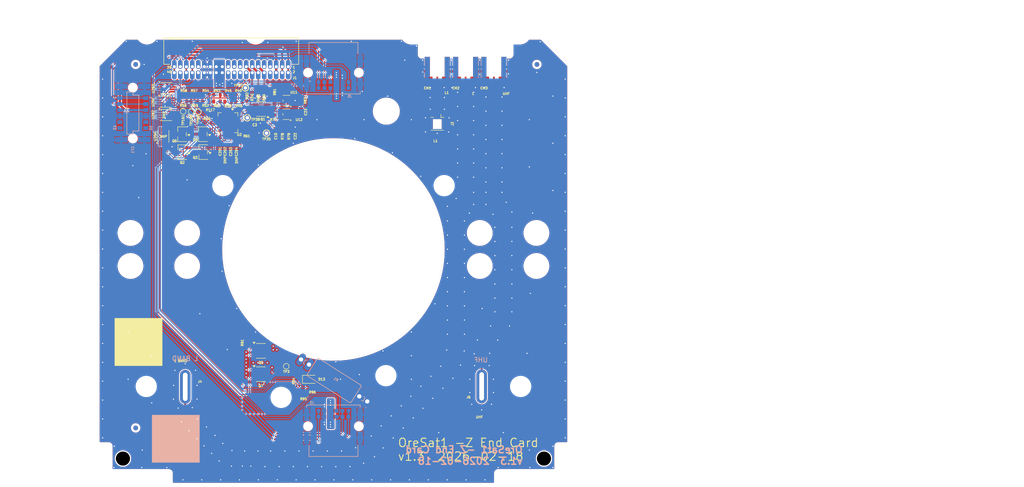
<source format=kicad_pcb>
(kicad_pcb (version 20241229) (generator "pcbnew") (generator_version "9.0")
  (title_block (title "OreSat1 -Z End Card") (date "2026-02-18") (rev "v1.3") (company "Portland State Aerospace Society"))
  (layers (0 "F.Cu" signal) (4 "In1.Cu" signal) (6 "In2.Cu" signal) (2 "B.Cu" signal) (13 "F.Paste" user) (15 "B.Paste" user) (5 "F.SilkS" user "F.Silkscreen") (7 "B.SilkS" user "B.Silkscreen") (1 "F.Mask" user) (3 "B.Mask" user) (25 "Edge.Cuts" user))
  (net 0 "")
  (net 1 "/MAG-SDA")
  (net 2 "GND")
  (net 3 "/MAG-SCL")
  (net 4 "/MAG-POWER")
  (net 5 "/L1BAND")
  (net 6 "/LBAND")
  (net 7 "/UHF")
  (net 8 "/CAN1_H")
  (net 9 "/CAN1_L")
  (net 10 "/C3-UART-TX")
  (net 13 "/C3-UART-RX")
  (net 14 "VPD")
  (net 15 "Net-(U12-INP)")
  (net 16 "Net-(U11-INP)")
  (net 17 "Net-(D13-Pad2)")
  (net 18 "/OPD/TURNSTILE_DEPLOY")
  (net 28 "/~{SD}")
  (net 29 "VBUS")
  (net 30 "/OPD/PX_UART_EN")
  (net 31 "/OPD/PY_UART_EN")
  (net 32 "/OPD/MX_UART_EN")
  (net 33 "/OPD/MY_UART_EN")
  (net 35 "/OPD_SCL")
  (net 36 "/OPD/OPD-SDA-INT")
  (net 37 "Net-(Q1B-G)")
  (net 38 "Net-(Q1A-G)")
  (net 39 "Net-(Q1B-S)")
  (net 40 "/OPD/OPD-SCL-INT")
  (net 41 "Net-(Q1A-S)")
  (net 42 "Net-(Q2-D)")
  (net 43 "Net-(Q2-S)")
  (net 44 "/OPD/FIRE_ANTENNAS_1")
  (net 45 "/OPD/FIRE_ANTENNAS_2")
  (net 46 "Net-(Q4-S)")
  (net 47 "Net-(Q5A-D)")
  (net 48 "Net-(Q7A-D)")
  (net 49 "/OPD/AD0")
  (net 50 "/OPD/AD1")
  (net 51 "/OPD/AD2")
  (net 52 "Net-(U2-~{RESET})")
  (net 53 "Net-(U12-OUT)")
  (net 54 "Net-(U11-OUT)")
  (net 55 "/OPD/READ_ANTENNAS")
  (net 56 "/OPD/TEST_ANTENNAS")
  (net 57 "/OPD_SDA")
  (net 58 "/OPD_PWR")
  (net 59 "/MX_UART_RX")
  (net 60 "/MX_UART_TX")
  (net 63 "/PX_UART_RX")
  (net 64 "/PX_UART_TX")
  (net 65 "/OPD/PY-UART-TX")
  (net 66 "/OPD/PY-UART-RX")
  (net 67 "/OPD/MY-UART-TX")
  (net 68 "/OPD/MY-UART-RX")
  (footprint "Package_SO:VSSOP-8_2.3x2mm_P0.5mm" (layer "F.Cu") (at 112.97 71.1825)
    (property "Reference" "U201")
    (property "Value" "TS5A21366" (hide yes))
  )
  (footprint "oresat-misc:TestPoint_Pad_D1.0mm" (layer "F.Cu") (at 116.66 73.24)
    (property "Reference" "TP161")
    (property "Value" "Test-Point" (hide yes))
  )
  (footprint "MountingHole:MountingHole_5mm" (layer "F.Cu") (at 191.5 106)
    (property "Reference" "H108" (hide yes))
    (property "Value" "MountingHole")
  )
  (footprint "MountingHole:MountingHole_5mm" (layer "F.Cu") (at 105.5 106)
    (property "Reference" "H103" (hide yes))
    (property "Value" "MountingHole")
  )
  (footprint "oresat-passives:0603-C-NOSILK" (layer "F.Cu") (at 128.524 69.6976 180)
    (property "Reference" "R40")
    (property "Value" "1k" (hide yes))
  )
  (footprint "oresat-connectors:J-MOLEX-SMPM-073300-002X" (layer "F.Cu") (at 176.500002 61.699993)
    (property "Reference" "CM2")
    (property "Value" "2477330-1" (hide yes))
  )
  (footprint "oresat-misc:TestPoint_Pad_D1.0mm" (layer "F.Cu") (at 138.5 127.25)
    (property "Reference" "TP3")
    (property "Value" "Test-Point")
  )
  (footprint "oresat-misc:TestPoint_Pad_D1.0mm" (layer "F.Cu") (at 118.35 73.31)
    (property "Reference" "TP156")
    (property "Value" "Test-Point" (hide yes))
  )
  (footprint "MountingHole:MountingHole_5mm" (layer "F.Cu") (at 117.5 106)
    (property "Reference" "H104" (hide yes))
    (property "Value" "MountingHole")
  )
  (footprint "oresat-connectors:J-MOLEX-SMPM-073300-002X" (layer "F.Cu") (at 182.500002 61.699993)
    (property "Reference" "CM3")
    (property "Value" "2477330-1" (hide yes))
  )
  (footprint "Package_TO_SOT_SMD:SOT-23-6" (layer "F.Cu") (at 133.1375 123.975)
    (property "Reference" "Q5")
    (property "Value" "DMP2240UDM-7")
  )
  (footprint "Package_TO_SOT_SMD:SOT-353_SC-70-5" (layer "F.Cu") (at 138.53 73.861646 180)
    (property "Reference" "U12")
    (property "Value" "MIC842LYC5" (hide yes))
  )
  (footprint "MountingHole:MountingHole_5mm" (layer "F.Cu") (at 191.5 99)
    (property "Reference" "H107" (hide yes))
    (property "Value" "MountingHole")
  )
  (footprint "oresat-passives:0603-C-NOSILK" (layer "F.Cu") (at 121.412 69.723)
    (property "Reference" "R54")
    (property "Value" "1k" (hide yes))
  )
  (footprint "oresat-passives:0603-C-NOSILK" (layer "F.Cu") (at 126.7206 79.5782 -90)
    (property "Reference" "C203")
    (property "Value" "100n")
  )
  (footprint "oresat-passives:0603-C-NOSILK" (layer "F.Cu") (at 142.075 133.25)
    (property "Reference" "R95")
    (property "Value" "10k" (hide yes))
  )
  (footprint "oresat-passives:0603-C-NOSILK" (layer "F.Cu") (at 136.03 70.96 -90)
    (property "Reference" "R81")
    (property "Value" "665k" (hide yes))
  )
  (footprint "oresat-pcbs:ORESAT-CARD-V1.3-3RF" (layer "F.Cu") (at 148.5 102.5)
    (property "Reference" "PCB1" (hide yes))
    (property "Value" "ORESAT-CARD-V1.3-GENERIC-3RF" (hide yes))
    (fp_line (start -49.9 -39) (end -49.9 40.7) (stroke (width 0.001)) (layer "Edge.Cuts"))
    (fp_line (start -49.4 41.2) (end -47.65 41.2) (stroke (width 0.001)) (layer "Edge.Cuts"))
    (fp_line (start -47.15 41.7) (end -47.15 46.4) (stroke (width 0.001)) (layer "Edge.Cuts"))
    (fp_line (start -46.65 46.9) (end -34.9 46.9) (stroke (width 0.001)) (layer "Edge.Cuts"))
    (fp_line (start -44.1 -44.8) (end -49.9 -39) (stroke (width 0.001)) (layer "Edge.Cuts"))
    (fp_line (start -41.23205 -44.8) (end -44.1 -44.8) (stroke (width 0.001)) (layer "Edge.Cuts"))
    (fp_line (start -34.4 47.4) (end -34.4 49.3) (stroke (width 0.001)) (layer "Edge.Cuts"))
    (fp_line (start -33.9 49.8) (end 33.9 49.8) (stroke (width 0.001)) (layer "Edge.Cuts"))
    (fp_line (start -18.23205 -44.8) (end -37.76795 -44.8) (stroke (width 0.001)) (layer "Edge.Cuts"))
    (fp_line (start 14.76795 -44.8) (end -14.76795 -44.8) (stroke (width 0.001)) (layer "Edge.Cuts"))
    (fp_line (start 16.5 -43.8) (end 17.73205 -43.8) (stroke (width 0.001)) (layer "Edge.Cuts"))
    (fp_line (start 18.23205 -43.3) (end 18.23205 -41.3) (stroke (width 0.001)) (layer "Edge.Cuts"))
    (fp_line (start 18.73205 -40.8) (end 20.41 -40.8) (stroke (width 0.001)) (layer "Edge.Cuts"))
    (fp_line (start 20.41 -40.8) (end 20.41 -37.1) (stroke (width 0.001)) (layer "Edge.Cuts"))
    (fp_line (start 20.91 -36.6) (end 23.09 -36.6) (stroke (width 0.001)) (layer "Edge.Cuts"))
    (fp_line (start 23.59 -37.1) (end 23.59 -40.8) (stroke (width 0.001)) (layer "Edge.Cuts"))
    (fp_line (start 26.41 -40.8) (end 23.59 -40.8) (stroke (width 0.001)) (layer "Edge.Cuts"))
    (fp_line (start 26.41 -37.1) (end 26.41 -40.8) (stroke (width 0.001)) (layer "Edge.Cuts"))
    (fp_line (start 26.91 -36.6) (end 29.09 -36.6) (stroke (width 0.001)) (layer "Edge.Cuts"))
    (fp_line (start 29.59 -37.1) (end 29.59 -40.8) (stroke (width 0.001)) (layer "Edge.Cuts"))
    (fp_line (start 32.41 -40.8) (end 29.59 -40.8) (stroke (width 0.001)) (layer "Edge.Cuts"))
    (fp_line (start 32.41 -37.1) (end 32.41 -40.8) (stroke (width 0.001)) (layer "Edge.Cuts"))
    (fp_line (start 32.91 -36.6) (end 35.09 -36.6) (stroke (width 0.001)) (layer "Edge.Cuts"))
    (fp_line (start 34.4 49.3) (end 34.4 47.4) (stroke (width 0.001)) (layer "Edge.Cuts"))
    (fp_line (start 34.9 46.9) (end 46.65 46.9) (stroke (width 0.001)) (layer "Edge.Cuts"))
    (fp_line (start 35.59 -37.1) (end 35.59 -40.8) (stroke (width 0.001)) (layer "Edge.Cuts"))
    (fp_line (start 37.26795 -40.8) (end 35.59 -40.8) (stroke (width 0.001)) (layer "Edge.Cuts"))
    (fp_line (start 37.76795 -43.3) (end 37.76795 -41.3) (stroke (width 0.001)) (layer "Edge.Cuts"))
    (fp_line (start 39.5 -43.8) (end 38.26795 -43.8) (stroke (width 0.001)) (layer "Edge.Cuts"))
    (fp_line (start 44.1 -44.8) (end 41.23205 -44.8) (stroke (width 0.001)) (layer "Edge.Cuts"))
    (fp_line (start 47.15 46.4) (end 47.15 41.7) (stroke (width 0.001)) (layer "Edge.Cuts"))
    (fp_line (start 47.65 41.2) (end 49.4 41.2) (stroke (width 0.001)) (layer "Edge.Cuts"))
    (fp_line (start 49.9 -39) (end 44.1 -44.8) (stroke (width 0.001)) (layer "Edge.Cuts"))
    (fp_line (start 49.9 40.7) (end 49.9 -39) (stroke (width 0.001)) (layer "Edge.Cuts"))
    (fp_arc (start -49.4 41.2) (mid -49.753553 41.053553) (end -49.9 40.7) (stroke (width 0.001)) (layer "Edge.Cuts"))
    (fp_arc (start -47.65 41.2) (mid -47.296447 41.346447) (end -47.15 41.7) (stroke (width 0.001)) (layer "Edge.Cuts"))
    (fp_arc (start -46.65 46.9) (mid -47.003553 46.753553) (end -47.15 46.4) (stroke (width 0.001)) (layer "Edge.Cuts"))
    (fp_arc (start -37.767951 -44.799999) (mid -39.500001 -43.800001) (end -41.23205 -44.8) (stroke (width 0.001)) (layer "Edge.Cuts"))
    (fp_arc (start -34.9 46.9) (mid -34.546447 47.046447) (end -34.4 47.4) (stroke (width 0.001)) (layer "Edge.Cuts"))
    (fp_arc (start -33.9 49.8) (mid -34.253553 49.653553) (end -34.4 49.3) (stroke (width 0.001)) (layer "Edge.Cuts"))
    (fp_arc (start -14.767951 -44.799999) (mid -16.500001 -43.800001) (end -18.23205 -44.8) (stroke (width 0.001)) (layer "Edge.Cuts"))
    (fp_arc (start 16.499999 -43.8) (mid 15.5 -44.067949) (end 14.76795 -44.8) (stroke (width 0.001)) (layer "Edge.Cuts"))
    (fp_arc (start 17.73205 -43.8) (mid 18.085606 -43.653542) (end 18.23205 -43.3) (stroke (width 0.001)) (layer "Edge.Cuts"))
    (fp_arc (start 18.73205 -40.8) (mid 18.378494 -40.946458) (end 18.23205 -41.3) (stroke (width 0.001)) (layer "Edge.Cuts"))
    (fp_arc (start 20.91 -36.6) (mid 20.556447 -36.746447) (end 20.41 -37.1) (stroke (width 0.001)) (layer "Edge.Cuts"))
    (fp_arc (start 23.59 -37.1) (mid 23.443553 -36.746447) (end 23.09 -36.6) (stroke (width 0.001)) (layer "Edge.Cuts"))
    (fp_arc (start 26.91 -36.6) (mid 26.556447 -36.746447) (end 26.41 -37.1) (stroke (width 0.001)) (layer "Edge.Cuts"))
    (fp_arc (start 29.59 -37.1) (mid 29.443553 -36.746447) (end 29.09 -36.6) (stroke (width 0.001)) (layer "Edge.Cuts"))
    (fp_arc (start 32.91 -36.6) (mid 32.556447 -36.746447) (end 32.41 -37.1) (stroke (width 0.001)) (layer "Edge.Cuts"))
    (fp_arc (start 34.4 47.4) (mid 34.546447 47.046447) (end 34.9 46.9) (stroke (width 0.001)) (layer "Edge.Cuts"))
    (fp_arc (start 34.4 49.3) (mid 34.253553 49.653553) (end 33.9 49.8) (stroke (width 0.001)) (layer "Edge.Cuts"))
    (fp_arc (start 35.59 -37.1) (mid 35.443553 -36.746447) (end 35.09 -36.6) (stroke (width 0.001)) (layer "Edge.Cuts"))
    (fp_arc (start 37.76795 -43.3) (mid 37.9144 -43.653536) (end 38.26795 -43.8) (stroke (width 0.001)) (layer "Edge.Cuts"))
    (fp_arc (start 37.76795 -41.3) (mid 37.6215 -40.946464) (end 37.26795 -40.8) (stroke (width 0.001)) (layer "Edge.Cuts"))
    (fp_arc (start 41.232049 -44.8) (mid 40.499999 -44.06795) (end 39.5 -43.8) (stroke (width 0.001)) (layer "Edge.Cuts"))
    (fp_arc (start 47.15 41.7) (mid 47.296447 41.346447) (end 47.65 41.2) (stroke (width 0.001)) (layer "Edge.Cuts"))
    (fp_arc (start 47.15 46.4) (mid 47.003553 46.753553) (end 46.65 46.9) (stroke (width 0.001)) (layer "Edge.Cuts"))
    (fp_arc (start 49.9 40.7) (mid 49.753553 41.053553) (end 49.4 41.2) (stroke (width 0.001)) (layer "Edge.Cuts"))
  )
  (footprint "Package_TO_SOT_SMD:SOT-23-3" (layer "F.Cu") (at 116.46 81.9 180)
    (property "Reference" "Q2")
    (property "Value" "PMV45EN" (hide yes))
  )
  (footprint "Package_TO_SOT_SMD:SOT-23-6" (layer "F.Cu") (at 133.1722 72.74 180)
    (property "Reference" "Q1")
    (property "Value" "DMP2240UDM" (hide yes))
  )
  (footprint "oresat-connectors:J-SAMTEC-TFM-120-X1-XXX-D-RA" (layer "F.Cu") (at 126.846502 64.410793)
    (property "Reference" "J1")
    (property "Value" "J-SAMTEC-TFM-120-01-L-D-RA")
  )
  (footprint "oresat-misc:TestPoint-0.75mm-th" (layer "F.Cu") (at 129.8448 68.2752)
    (property "Reference" "TP37")
    (property "Value" "Test-Point" (hide yes))
  )
  (footprint "oresat-passives:0603-C-NOSILK" (layer "F.Cu") (at 128.46 71.17)
    (property "Reference" "R46")
    (property "Value" "1k" (hide yes))
  )
  (footprint "oresat-connectors:J-MOLEX-SMPM-073300-002X" (layer "F.Cu") (at 170.500009 61.700003)
    (property "Reference" "CM1")
    (property "Value" "2477330-1" (hide yes))
  )
  (footprint "oresat-passives:0603-C-NOSILK" (layer "F.Cu") (at 127.9398 79.564 -90)
    (property "Reference" "C204")
    (property "Value" "100n")
  )
  (footprint "MountingHole:MountingHole_5mm" (layer "F.Cu") (at 117.5 99)
    (property "Reference" "H102" (hide yes))
    (property "Value" "MountingHole")
  )
  (footprint "oresat-passives:0603-C-NOSILK" (layer "F.Cu") (at 136.02 73.31 -90)
    (property "Reference" "R77")
    (property "Value" "665k" (hide yes))
  )
  (footprint "Diode_SMD:D_SOD-323" (layer "F.Cu") (at 143.55 130)
    (property "Reference" "D13")
    (property "Value" "1N4151WS")
  )
  (footprint "oresat-passives:0603-C-NOSILK" (layer "F.Cu") (at 122.3772 73.7616 180)
    (property "Reference" "R117")
    (property "Value" "10k" (hide yes))
  )
  (footprint "oresat-passives:0603-C-NOSILK" (layer "F.Cu") (at 121.42 71.11 180)
    (property "Reference" "R52")
    (property "Value" "1k" (hide yes))
  )
  (footprint "MountingHole:MountingHole_5mm" (layer "F.Cu") (at 179.5 99)
    (property "Reference" "H105" (hide yes))
    (property "Value" "MountingHole")
  )
  (footprint "Package_TO_SOT_SMD:SOT-353_SC-70-5" (layer "F.Cu") (at 138.56 70.96 180)
    (property "Reference" "U11")
    (property "Value" "MIC842LYC5" (hide yes))
  )
  (footprint "oresat-passives:0603-C-NOSILK" (layer "F.Cu") (at 137.66 76.53 -90)
    (property "Reference" "R78")
    (property "Value" "330k" (hide yes))
  )
  (footprint "oresat-misc:tape-measure-slot-antenna" (layer "F.Cu") (at 179.9 131.5 90)
    (property "Reference" "J6")
    (property "Value" "~")
  )
  (footprint "oresat-passives:0603-C-NOSILK" (layer "F.Cu") (at 119.0244 69.723 180)
    (property "Reference" "R57")
    (property "Value" "1k" (hide yes))
  )
  (footprint "oresat-passives:0603-C-NOSILK" (layer "F.Cu") (at 130.1496 71.7296 -90)
    (property "Reference" "R82")
    (property "Value" "330k" (hide yes))
  )
  (footprint "oresat-misc:TestPoint-0.75mm-th" (layer "F.Cu") (at 134.3152 77.851 -90)
    (property "Reference" "TP35")
    (property "Value" "Test-Point" (hide yes))
  )
  (footprint "oresat-passives:0603-C-NOSILK" (layer "F.Cu") (at 130.1242 75.9714 180)
    (property "Reference" "C3")
    (property "Value" "100n" (hide yes))
  )
  (footprint "oresat-passives:0603-C-NOSILK" (layer "F.Cu") (at 140.4 76.53 -90)
    (property "Reference" "C22")
    (property "Value" "1u" (hide yes))
  )
  (footprint "oresat-passives:0603-C-NOSILK" (layer "F.Cu") (at 125.5776 79.5528 -90)
    (property "Reference" "C202")
    (property "Value" "100n" (hide yes))
  )
  (footprint "oresat-misc:TestPoint_Pad_D1.0mm" (layer "F.Cu") (at 119.87 73.33)
    (property "Reference" "TP62")
    (property "Value" "Test-Point" (hide yes))
  )
  (footprint "oresat-passives:0603-C-NOSILK" (layer "F.Cu") (at 121.88 75.69 180)
    (property "Reference" "R30")
    (property "Value" "10k" (hide yes))
  )
  (footprint "oresat-misc:tape-measure-slot-antenna" (layer "F.Cu") (at 117.1 131.6 90)
    (property "Reference" "J4")
    (property "Value" "~")
  )
  (footprint "Package_SO:VSSOP-8_2.3x2mm_P0.5mm" (layer "F.Cu") (at 113.01 74.01)
    (property "Reference" "U202")
    (property "Value" "TS5A21366" (hide yes))
  )
  (footprint "oresat-passives:0603-C-NOSILK" (layer "F.Cu") (at 126.1872 69.723)
    (property "Reference" "R45")
    (property "Value" "1k" (hide yes))
  )
  (footprint "oresat-passives:0603-C-NOSILK" (layer "F.Cu") (at 143.675 131.75)
    (property "Reference" "R96")
    (property "Value" "1k")
  )
  (footprint "Package_TO_SOT_SMD:SOT-23-3" (layer "F.Cu") (at 116.42 78.08 180)
    (property "Reference" "Q6")
    (property "Value" "PMV45EN" (hide yes))
  )
  (footprint "MountingHole:MountingHole_5mm" (layer "F.Cu") (at 179.5 106)
    (property "Reference" "H106" (hide yes))
    (property "Value" "MountingHole")
  )
  (footprint "oresat-passives:0603-C-NOSILK" (layer "F.Cu") (at 124.4092 79.5528 -90)
    (property "Reference" "C201")
    (property "Value" "100n" (hide yes))
  )
  (footprint "oresat-passives:0603-C-NOSILK" (layer "F.Cu") (at 123.83 71.13)
    (property "Reference" "R55")
    (property "Value" "1k" (hide yes))
  )
  (footprint "MountingHole:MountingHole_5mm" (layer "F.Cu") (at 105.5 99)
    (property "Reference" "H101" (hide yes))
    (property "Value" "MountingHole")
  )
  (footprint "oresat-passives:0603-C-NOSILK" (layer "F.Cu") (at 130.25 122.075 90)
    (property "Reference" "R91")
    (property "Value" "10k")
  )
  (footprint "oresat-passives:0603-C-NOSILK" (layer "F.Cu") (at 116.7638 69.723)
    (property "Reference" "R58")
    (property "Value" "1k" (hide yes))
  )
  (footprint "Fiducial:Fiducial_1mm_Mask2mm" (layer "F.Cu") (at 191.600002 63.299993)
    (property "Reference" "FID3" (hide yes))
    (property "Value" "Fiducial" (hide yes))
  )
  (footprint "oresat-passives:0603-C-NOSILK" (layer "F.Cu") (at 116.7 71.11 180)
    (property "Reference" "R56")
    (property "Value" "1k" (hide yes))
  )
  (footprint "oresat-passives:0603-C-NOSILK" (layer "F.Cu") (at 131.25 68.5 -90)
    (property "Reference" "R24")
    (property "Value" "10" (hide yes))
  )
  (footprint "Package_TO_SOT_SMD:SOT-23-3" (layer "F.Cu") (at 120.91 81.87 180)
    (property "Reference" "Q3")
    (property "Value" "PMV45EN" (hide yes))
  )
  (footprint "Package_DFN_QFN:QFN-16-1EP_4x4mm_P0.65mm_EP2.1x2.1mm" (layer "F.Cu") (at 126.14 75.6475 -90)
    (property "Reference" "U2")
    (property "Value" "MAX7310" (hide yes))
  )
  (footprint "oresat-passives:0603-C-NOSILK" (layer "F.Cu") (at 133.831502 68.5 -90)
    (property "Reference" "R60")
    (property "Value" "100")
  )
  (footprint "Connector_Coaxial:U.FL_Hirose_U.FL-R-SMT-1_Vertical" (layer "F.Cu") (at 170.5 75.4 -90)
    (property "Reference" "J2")
    (property "Value" "U.FL-R-SMT-1")
  )
  (footprint "oresat-passives:0603-C-NOSILK" (layer "F.Cu") (at 132.561502 68.5 -90)
    (property "Reference" "R80")
    (property "Value" "100")
  )
  (footprint "Package_SO:VSSOP-8_2.3x2mm_P0.5mm" (layer "F.Cu") (at 112.4458 78.5622 90)
    (property "Reference" "U204")
    (property "Value" "TS5A21366" (hide yes))
  )
  (footprint "Fiducial:Fiducial_1mm_Mask2mm" (layer "F.Cu") (at 106.600002 140.299993)
    (property "Reference" "FID1" (hide yes))
    (property "Value" "Fiducial" (hide yes))
  )
  (footprint "oresat-passives:0603-C-NOSILK" (layer "F.Cu") (at 139.01 76.53 -90)
    (property "Reference" "R79")
    (property "Value" "1M" (hide yes))
  )
  (footprint "oresat-passives:0603-C-NOSILK" (layer "F.Cu") (at 141.62 70.85 90)
    (property "Reference" "R83")
    (property "Value" "1M" (hide yes))
  )
  (footprint "oresat-passives:0603-C-NOSILK" (layer "F.Cu") (at 119.06 71.12)
    (property "Reference" "R59")
    (property "Value" "1k")
  )
  (footprint "Package_TO_SOT_SMD:SOT-23-3" (layer "F.Cu") (at 120.82 78.07 180)
    (property "Reference" "Q4")
    (property "Value" "PMV45EN" (hide yes))
  )
  (footprint "oresat-passives:0603-C-NOSILK" (layer "F.Cu") (at 141 130.675 -90)
    (property "Reference" "R94")
    (property "Value" "47k")
  )
  (footprint "oresat-passives:0603-C-NOSILK" (layer "F.Cu") (at 141.64 73.33 -90)
    (property "Reference" "C23")
    (property "Value" "1u" (hide yes))
  )
  (footprint "Package_SO:VSSOP-8_2.3x2mm_P0.5mm" (layer "F.Cu") (at 113.04 68.3225)
    (property "Reference" "U203")
    (property "Value" "TS5A21366" (hide yes))
  )
  (footprint "Fiducial:Fiducial_1mm_Mask2mm" (layer "F.Cu") (at 106.600002 63.299993)
    (property "Reference" "FID2" (hide yes))
    (property "Value" "Fiducial" (hide yes))
  )
  (footprint "oresat-passives:0603-C-NOSILK" (layer "F.Cu") (at 136.3 76.54 90)
    (property "Reference" "C10")
    (property "Value" "100n" (hide yes))
  )
  (footprint "oresat-misc:TestPoint-0.75mm-th" (layer "F.Cu") (at 130.2512 74.5998)
    (property "Reference" "TP38")
    (property "Value" "Test-Point" (hide yes))
  )
  (footprint "Package_TO_SOT_SMD:SOT-23-6" (layer "F.Cu") (at 133.1375 128.925)
    (property "Reference" "Q7")
    (property "Value" "DMP2240UDM-7")
  )
  (footprint "oresat-passives:0603-C-NOSILK" (layer "F.Cu") (at 126.17 71.19 180)
    (property "Reference" "R39")
    (property "Value" "1k" (hide yes))
  )
  (footprint "oresat-passives:0603-C-NOSILK" (layer "F.Cu") (at 123.825 69.723 180)
    (property "Reference" "R53")
    (property "Value" "1k" (hide yes))
  )
  (footprint "oresat-passives:0603-C-NOSILK" (layer "F.Cu") (at 130.0988 77.4192 180)
    (property "Reference" "R61")
    (property "Value" "10k" (hide yes))
  )
  (footprint "Fiducial:Fiducial_1mm_Mask2mm" (layer "B.Cu") (at 106.600002 63.299993 -90)
    (property "Reference" "FID4" (hide yes))
    (property "Value" "Fiducial")
  )
  (footprint "oresat-connectors:J-Harwin-M55-7101242R" (layer "B.Cu") (at 148.500002 139.949993 180)
    (property "Reference" "J3")
    (property "Value" "M55-7101242R" (hide yes))
  )
  (footprint "oresat-passives:R-PAC100-FOR-MELTWIRE" (layer "B.Cu") (at 148.64982 130.253054 -122.35)
    (property "Reference" "R1")
    (property "Value" "7.5 1W" (hide yes))
  )
  (footprint "oresat-misc:M2-Press-Fit-Nut" (layer "B.Cu") (at 188.15971 131.52272 180)
    (property "Reference" "HW1" (hide yes))
    (property "Value" "M2-Press-Fit-Nut" (hide yes))
  )
  (footprint "oresat-misc:M2-Press-Fit-Nut" (layer "B.Cu") (at 137.412902 133.834934 180)
    (property "Reference" "HW3" (hide yes))
    (property "Value" "M2-Press-Fit-Nut" (hide yes))
  )
  (footprint "oresat-misc:M2-Press-Fit-Nut" (layer "B.Cu") (at 171.950274 88.97362 180)
    (property "Reference" "HW5" (hide yes))
    (property "Value" "M2-Press-Fit-Nut" (hide yes))
  )
  (footprint "oresat-connectors:J-Harwin-M55-60X1242R" (layer "B.Cu") (at 106.000002 73.599993 -90)
    (property "Reference" "CF1")
    (property "Value" "M55-6001242R" (hide yes))
  )
  (footprint "Fiducial:Fiducial_1mm_Mask2mm" (layer "B.Cu") (at 191.600002 63.299993 180)
    (property "Reference" "FID5" (hide yes))
    (property "Value" "Fiducial")
  )
  (footprint "oresat-misc:M2-Press-Fit-Nut" (layer "B.Cu") (at 125.07553 88.97362 180)
    (property "Reference" "HW6" (hide yes))
    (property "Value" "M2-Press-Fit-Nut" (hide yes))
  )
  (footprint "oresat-misc:M2-Press-Fit-Nut" (layer "B.Cu") (at 159.612902 129.233485 180)
    (property "Reference" "HW2" (hide yes))
    (property "Value" "M2-Press-Fit-Nut" (hide yes))
  )
  (footprint "oresat-misc:M2-Press-Fit-Nut" (layer "B.Cu") (at 108.84029 131.52272 180)
    (property "Reference" "HW4" (hide yes))
    (property "Value" "M2-Press-Fit-Nut" (hide yes))
  )
  (footprint "Fiducial:Fiducial_1mm_Mask2mm" (layer "B.Cu") (at 106.600002 140.299993 180)
    (property "Reference" "FID6" (hide yes))
    (property "Value" "Fiducial")
  )
  (footprint "oresat-connectors:J-Harwin-M55-7101242R" (layer "B.Cu") (at 148.5 65.05)
    (property "Reference" "J5")
    (property "Value" "M55-7101242R" (hide yes))
  )
  (gr_rect (start 102.2 117.1) (end 112.2 127.1) (stroke (width 0.12)) (fill yes) (layer "F.SilkS"))
  (gr_rect (start 110.1 137.6) (end 120.1 147.6) (stroke (width 0.12)) (fill yes) (layer "B.SilkS"))
  (gr_circle (center 159.7 73.2) (end 162.2 73.2) (stroke (width 0.01)) (fill no) (layer "Edge.Cuts"))
  (gr_circle (center 148.5 102.5) (end 171.7 102.5) (stroke (width 0.01)) (fill no) (layer "Edge.Cuts"))
  (gr_text "DNP\n" (at 125.8316 84.4042 90) (layer "F.SilkS") (effects (font (size 0.5 0.5) (thickness 0.125) (bold yes)) (justify left bottom)))
  (gr_text "DNP" (at 112.9284 74.8284 90) (layer "F.SilkS") (effects (font (size 0.5 0.5) (thickness 0.125) (bold yes)) (justify left bottom)))
  (gr_text "DNP\n" (at 128.2954 84.4042 90) (layer "F.SilkS") (effects (font (size 0.5 0.5) (thickness 0.125) (bold yes)) (justify left bottom)))
  (gr_text "L BAND" (at 114.7 126.4 0) (layer "F.SilkS") (effects (font (size 0.5 0.5) (thickness 0.125)) (justify left bottom)))
  (gr_text "${TITLE}\n${REVISION}  ${ISSUE_DATE}" (at 162.05 147.4 0) (layer "F.SilkS") (effects (font (size 1.8 1.8) (thickness 0.2)) (justify left bottom)))
  (gr_text "L1" (at 169.6 79.8 0) (layer "F.SilkS") (effects (font (size 0.5 0.5) (thickness 0.125)) (justify left bottom)))
  (gr_text "L1\n" (at 172.5 69.3 0) (layer "F.SilkS") (effects (font (size 0.5 0.5) (thickness 0.125))))
  (gr_text "UHF" (at 178.6 138.3 0) (layer "F.SilkS") (effects (font (size 0.5 0.5) (thickness 0.125)) (justify left bottom)))
  (gr_text "DNP" (at 111.6584 78.867 0) (layer "F.SilkS") (effects (font (size 0.5 0.5) (thickness 0.125) (bold yes)) (justify left bottom)))
  (gr_text "L" (at 178.1 69.5 0) (layer "F.SilkS") (effects (font (size 0.5 0.5) (thickness 0.125))))
  (gr_text "UHF" (at 185.1 69.5 0) (layer "F.SilkS") (effects (font (size 0.5 0.5) (thickness 0.125))))
  (gr_text "L BAND" (at 119.9 126.2 0) (layer "B.SilkS") (effects (font (size 1 1)) (justify left bottom mirror)))
  (gr_text "${TITLE}\n${REVISION}  ${ISSUE_DATE}" (at 188.75 148.2 0) (layer "B.SilkS") (effects (font (size 1.5 1.5) (thickness 0.3) (bold yes)) (justify left bottom mirror)))
  (gr_text "UHF" (at 181.3 126.5 0) (layer "B.SilkS") (effects (font (size 1 1)) (justify left bottom mirror)))
  (segment (start 138.915002 61.114993) (end 138.915002 65.034993) (width 0.3) (layer "F.Cu") (net 1))
  (segment (start 101.929102 63.394793) (end 101.954502 63.394793) (width 0.3) (layer "F.Cu") (net 1))
  (segment (start 137.413809 59.6138) (end 138.915002 61.114993) (width 0.3) (layer "F.Cu") (net 1))
  (segment (start 105.735495 59.6138) (end 137.413809 59.6138) (width 0.3) (layer "F.Cu") (net 1))
  (segment (start 101.954502 63.394793) (end 105.735495 59.6138) (width 0.3) (layer "F.Cu") (net 1))
  (via (at 101.929102 63.394793) (size 0.4572) (drill 0.254) (layers "F.Cu" "B.Cu") (net 1))
  (segment (start 101.700502 69.719393) (end 102.406102 70.424993) (width 0.3) (layer "B.Cu") (net 1))
  (segment (start 101.929102 63.394793) (end 101.700502 63.623393) (width 0.3) (layer "B.Cu") (net 1))
  (segment (start 102.406102 70.424993) (end 108.750002 70.424993) (width 0.3) (layer "B.Cu") (net 1))
  (segment (start 101.700502 63.623393) (end 101.700502 69.719393) (width 0.3) (layer "B.Cu") (net 1))
  (via (at 182.3 95.05) (size 0.4572) (drill 0.254) (layers "F.Cu" "B.Cu") (net 2))
  (via (at 180.8 88.2) (size 0.4572) (drill 0.254) (layers "F.Cu" "B.Cu") (net 2))
  (via (at 176.25 102.45) (size 0.4572) (drill 0.254) (layers "F.Cu" "B.Cu") (net 2))
  (via (at 184.2 79.2) (size 0.4572) (drill 0.254) (layers "F.Cu" "B.Cu") (net 2))
  (via (at 134.5946 58.6486) (size 0.4572) (drill 0.254) (layers "F.Cu" "B.Cu") (net 2))
  (via (at 160 70) (size 0.4572) (drill 0.254) (layers "F.Cu" "B.Cu") (net 2))
  (via (at 197.600002 90.399993) (size 0.4572) (drill 0.254) (layers "F.Cu" "B.Cu") (net 2))
  (via (at 152 148.5) (size 0.4572) (drill 0.254) (layers "F.Cu" "B.Cu") (net 2))
  (via (at 159 124) (size 0.4572) (drill 0.254) (layers "F.Cu" "B.Cu") (net 2))
  (via (at 99.600002 114.399993) (size 0.4572) (drill 0.254) (layers "F.Cu" "B.Cu") (net 2))
  (via (at 108 145) (size 0.4572) (drill 0.254) (layers "F.Cu" "B.Cu") (net 2))
  (via (at 180.8 70.2) (size 0.4572) (drill 0.254) (layers "F.Cu" "B.Cu") (net 2))
  (via (at 172.9 77.6) (size 0.4572) (drill 0.254) (layers "F.Cu" "B.Cu") (net 2))
  (via (at 140.600002 58.399993) (size 0.4572) (drill 0.254) (layers "F.Cu" "B.Cu") (net 2))
  (via (at 171.956902 68.195393) (size 0.4572) (drill 0.254) (layers "F.Cu" "B.Cu") (net 2))
  (via (at 107.900002 148.699993) (size 0.4572) (drill 0.254) (layers "F.Cu" "B.Cu") (net 2))
  (via (at 134.4422 70.0278) (size 0.4572) (drill 0.254) (layers "F.Cu" "B.Cu") (net 2))
  (via (at 182.7 103.8) (size 0.4572) (drill 0.254) (layers "F.Cu" "B.Cu") (net 2))
  (via (at 180.8 90.4) (size 0.4572) (drill 0.254) (layers "F.Cu" "B.Cu") (net 2))
  (via (at 99.600002 102.399993) (size 0.4572) (drill 0.254) (layers "F.Cu" "B.Cu") (net 2))
  (via (at 160.742641 137.757359) (size 0.4572) (drill 0.254) (layers "F.Cu" "B.Cu") (net 2))
  (via (at 126 123.7) (size 0.4572) (drill 0.254) (layers "F.Cu" "B.Cu") (net 2))
  (via (at 172 70.3) (size 0.4572) (drill 0.254) (layers "F.Cu" "B.Cu") (net 2))
  (via (at 140.3858 70.9422) (size 0.4572) (drill 0.254) (layers "F.Cu" "B.Cu") (net 2))
  (via (at 99.600002 122.399993) (size 0.4572) (drill 0.254) (layers "F.Cu" "B.Cu") (net 2))
  (via (at 169.566905 134.024264) (size 0.4572) (drill 0.254) (layers "F.Cu" "B.Cu") (net 2))
  (via (at 179 121.7) (size 0.4572) (drill 0.254) (layers "F.Cu" "B.Cu") (net 2))
  (via (at 180.8 92.95) (size 0.4572) (drill 0.254) (layers "F.Cu" "B.Cu") (net 2))
  (via (at 172.5 123.8) (size 0.4572) (drill 0.254) (layers "F.Cu" "B.Cu") (net 2))
  (via (at 150.4 69.3) (size 0.4572) (drill 0.254) (layers "F.Cu" "B.Cu") (net 2))
  (via (at 170 114) (size 0.4572) (drill 0.254) (layers "F.Cu" "B.Cu") (net 2))
  (via (at 166.100002 59.399993) (size 0.4572) (drill 0.254) (layers "F.Cu" "B.Cu") (net 2))
  (via (at 119.6 142.6) (size 0.4572) (drill 0.254) (layers "F.Cu" "B.Cu") (net 2))
  (via (at 197.600002 142.399993) (size 0.4572) (drill 0.254) (layers "F.Cu" "B.Cu") (net 2))
  (via (at 140 80) (size 0.4572) (drill 0.254) (layers "F.Cu" "B.Cu") (net 2))
  (via (at 122.7836 74.7522) (size 0.4572) (drill 0.254) (layers "F.Cu" "B.Cu") (net 2))
  (via (at 105 130) (size 0.4572) (drill 0.254) (layers "F.Cu" "B.Cu") (net 2))
  (via (at 150.4 69.9) (size 0.4572) (drill 0.254) (layers "F.Cu" "B.Cu") (net 2))
  (via (at 197.600002 66.399993) (size 0.4572) (drill 0.254) (layers "F.Cu" "B.Cu") (net 2))
  (via (at 150 130) (size 0.4572) (drill 0.254) (layers "F.Cu" "B.Cu") (net 2))
  (via (at 186.3 94.55) (size 0.4572) (drill 0.254) (layers "F.Cu" "B.Cu") (net 2))
  (via (at 197.600002 106.399993) (size 0.4572) (drill 0.254) (layers "F.Cu" "B.Cu") (net 2))
  (via (at 189.5 124.5) (size 0.4572) (drill 0.254) (layers "F.Cu" "B.Cu") (net 2))
  (via (at 159.045584 144.545584) (size 0.4572) (drill 0.254) (layers "F.Cu" "B.Cu") (net 2))
  (via (at 115.6 136.1) (size 0.4572) (drill 0.254) (layers "F.Cu" "B.Cu") (net 2))
  (via (at 164.9 133.6) (size 0.4572) (drill 0.254) (layers "F.Cu" "B.Cu") (net 2))
  (via (at 99.600002 70.399993) (size 0.4572) (drill 0.254) (layers "F.Cu" "B.Cu") (net 2))
  (via (at 161.166905 142.424264) (size 0.4572) (drill 0.254) (layers "F.Cu" "B.Cu") (net 2))
  (via (at 168 77.6) (size 0.4572) (drill 0.254) (layers "F.Cu" "B.Cu") (net 2))
  (via (at 176.25 96.45) (size 0.4572) (drill 0.254) (layers "F.Cu" "B.Cu") (net 2))
  (via (at 190.100002 148.699993) (size 0.4572) (drill 0.254) (layers "F.Cu" "B.Cu") (net 2))
  (via (at 168 74.6) (size 0.4572) (drill 0.254) (layers "F.Cu" "B.Cu") (net 2))
  (via (at 183.400002 148.699993) (size 0.4572) (drill 0.254) (layers "F.Cu" "B.Cu") (net 2))
  (via (at 140 148.5) (size 0.4572) (drill 0.254) (layers "F.Cu" "B.Cu") (net 2))
  (via (at 140.600002 151.299993) (size 0.4572) (drill 0.254) (layers "F.Cu" "B.Cu") (net 2))
  (via (at 110 125) (size 0.4572) (drill 0.254) (layers "F.Cu" "B.Cu") (net 2))
  (via (at 99.600002 90.399993) (size 0.4572) (drill 0.254) (layers "F.Cu" "B.Cu") (net 2))
  (via (at 197.600002 98.399993) (size 0.4572) (drill 0.254) (layers "F.Cu" "B.Cu") (net 2))
  (via (at 126.9 148.4) (size 0.4572) (drill 0.254) (layers "F.Cu" "B.Cu") (net 2))
  (via (at 175.4 127) (size 0.4572) (drill 0.254) (layers "F.Cu" "B.Cu") (net 2))
  (via (at 105 120) (size 0.4572) (drill 0.254) (layers "F.Cu" "B.Cu") (net 2))
  (via (at 117.9 140.9) (size 0.4572) (drill 0.254) (layers "F.Cu" "B.Cu") (net 2))
  (via (at 174.8 72.2) (size 0.4572) (drill 0.254) (layers "F.Cu" "B.Cu") (net 2))
  (via (at 186.3 109.8) (size 0.4572) (drill 0.254) (layers "F.Cu" "B.Cu") (net 2))
  (via (at 176.25 99.45) (size 0.4572) (drill 0.254) (layers "F.Cu" "B.Cu") (net 2))
  (via (at 149 148.5) (size 0.4572) (drill 0.254) (layers "F.Cu" "B.Cu") (net 2))
  (via (at 173.500002 62.399993) (size 0.4572) (drill 0.254) (layers "F.Cu" "B.Cu") (net 2))
  (via (at 145 75) (size 0.4572) (drill 0.254) (layers "F.Cu" "B.Cu") (net 2))
  (via (at 99.600002 86.399993) (size 0.4572) (drill 0.254) (layers "F.Cu" "B.Cu") (net 2))
  (via (at 147.2 145.2) (size 0.4572) (drill 0.254) (layers "F.Cu" "B.Cu") (net 2))
  (via (at 121.6 140.1) (size 0.4572) (drill 0.254) (layers "F.Cu" "B.Cu") (net 2))
  (via (at 176.25 108.45) (size 0.4572) (drill 0.254) (layers "F.Cu" "B.Cu") (net 2))
  (via (at 167.400002 62.399993) (size 0.4572) (drill 0.254) (layers "F.Cu" "B.Cu") (net 2))
  (via (at 113.200002 148.699993) (size 0.4572) (drill 0.254) (layers "F.Cu" "B.Cu") (net 2))
  (via (at 182 135.3) (size 0.4572) (drill 0.254) (layers "F.Cu" "B.Cu") (net 2))
  (via (at 134 148.5) (size 0.4572) (drill 0.254) (layers "F.Cu" "B.Cu") (net 2))
  (via (at 197.600002 94.399993) (size 0.4572) (drill 0.254) (layers "F.Cu" "B.Cu") (net 2))
  (via (at 110 135) (size 0.4572) (drill 0.254) (layers "F.Cu" "B.Cu") (net 2))
  (via (at 121.1 144.1) (size 0.4572) (drill 0.254) (layers "F.Cu" "B.Cu") (net 2))
  (via (at 171.263961 127.236039) (size 0.4572) (drill 0.254) (layers "F.Cu" "B.Cu") (net 2))
  (via (at 124.7 100.2) (size 0.4572) (drill 0.254) (layers "F.Cu" "B.Cu") (net 2))
  (via (at 177.3 94.8) (size 0.4572) (drill 0.254) (layers "F.Cu" "B.Cu") (net 2))
  (via (at 172.65 117.45) (size 0.4572) (drill 0.254) (layers "F.Cu" "B.Cu") (net 2))
  (via (at 180.600002 151.299993) (size 0.4572) (drill 0.254) (layers "F.Cu" "B.Cu") (net 2))
  (via (at 184.2 70.2) (size 0.4572) (drill 0.254) (layers "F.Cu" "B.Cu") (net 2))
  (via (at 165.409545 138.181623) (size 0.4572) (drill 0.254) (layers "F.Cu" "B.Cu") (net 2))
  (via (at 181.8 118.7) (size 0.4572) (drill 0.254) (layers "F.Cu" "B.Cu") (net 2))
  (via (at 197.600002 86.399993) (size 0.4572) (drill 0.254) (layers "F.Cu" "B.Cu") (net 2))
  (via (at 138.2 145.2) (size 0.4572) (drill 0.254) (layers "F.Cu" "B.Cu") (net 2))
  (via (at 174.8 84.2) (size 0.4572) (drill 0.254) (layers "F.Cu" "B.Cu") (net 2))
  (via (at 170.8 141.3) (size 0.4572) (drill 0.254) (layers "F.Cu" "B.Cu") (net 2))
  (via (at 99.600002 82.399993) (size 0.4572) (drill 0.254) (layers "F.Cu" "B.Cu") (net 2))
  (via (at 184.2 76.2) (size 0.4572) (drill 0.254) (layers "F.Cu" "B.Cu") (net 2))
  (via (at 158.62132 139.87868) (size 0.4572) (drill 0.254) (layers "F.Cu" "B.Cu") (net 2))
  (via (at 131 148.4) (size 0.4572) (drill 0.254) (layers "F.Cu" "B.Cu") (net 2))
  (via (at 165 130) (size 0.4572) (drill 0.254) (layers "F.Cu" "B.Cu") (net 2))
  (via (at 150.4 65.6) (size 0.4572) (drill 0.254) (layers "F.Cu" "B.Cu") (net 2))
  (via (at 121.7422 61.9506) (size 0.4572) (drill 0.254) (layers "F.Cu" "B.Cu") (net 2))
  (via (at 180.8 79.2) (size 0.4572) (drill 0.254) (layers "F.Cu" "B.Cu") (net 2))
  (via (at 169 70.3) (size 0.4572) (drill 0.254) (layers "F.Cu" "B.Cu") (net 2))
  (via (at 177.8 135.3) (size 0.4572) (drill 0.254) (layers "F.Cu" "B.Cu") (net 2))
  (via (at 120.600002 151.299993) (size 0.4572) (drill 0.254) (layers "F.Cu" "B.Cu") (net 2))
  (via (at 197.600002 122.399993) (size 0.4572) (drill 0.254) (layers "F.Cu" "B.Cu") (net 2))
  (via (at 180.8 85.2) (size 0.4572) (drill 0.254) (layers "F.Cu" "B.Cu") (net 2))
  (via (at 184.2 73.2) (size 0.4572) (drill 0.254) (layers "F.Cu" "B.Cu") (net 2))
  (via (at 197.600002 82.399993) (size 0.4572) (drill 0.254) (layers "F.Cu" "B.Cu") (net 2))
  (via (at 176.25 105.45) (size 0.4572) (drill 0.254) (layers "F.Cu" "B.Cu") (net 2))
  (via (at 190 85) (size 0.4572) (drill 0.254) (layers "F.Cu" "B.Cu") (net 2))
  (via (at 161 82) (size 0.4572) (drill 0.254) (layers "F.Cu" "B.Cu") (net 2))
  (via (at 181.6 124.5) (size 0.4572) (drill 0.254) (layers "F.Cu" "B.Cu") (net 2))
  (via (at 184.656902 68.195393) (size 0.4572) (drill 0.254) (layers "F.Cu" "B.Cu") (net 2))
  (via (at 134.493 61.9506) (size 0.4572) (drill 0.254) (layers "F.Cu" "B.Cu") (net 2))
  (via (at 183.3 121.7) (size 0.4572) (drill 0.254) (layers "F.Cu" "B.Cu") (net 2))
  (via (at 119.6 131.3) (size 0.4572) (drill 0.254) (layers "F.Cu" "B.Cu") (net 2))
  (via (at 178.2 75.2) (size 0.4572) (drill 0.254) (layers "F.Cu" "B.Cu") (net 2))
  (via (at 111.100002 58.399993) (size 0.4572) (drill 0.254) (layers "F.Cu" "B.Cu") (net 2))
  (via (at 117.5 87.75) (size 0.4572) (drill 0.254) (layers "F.Cu" "B.Cu") (net 2))
  (via (at 144.600002 151.299993) (size 0.4572) (drill 0.254) (layers "F.Cu" "B.Cu") (net 2))
  (via (at 123.4 141.9) (size 0.4572) (drill 0.254) (layers "F.Cu" "B.Cu") (net 2))
  (via (at 176.25 120.45) (size 0.4572) (drill 0.254) (layers "F.Cu" "B.Cu") (net 2))
  (via (at 185.600002 65.299993) (size 0.4572) (drill 0.254) (layers "F.Cu" "B.Cu") (net 2))
  (via (at 195 90) (size 0.4572) (drill 0.254) (layers "F.Cu" "B.Cu") (net 2))
  (via (at 128.600002 151.299993) (size 0.4572) (drill 0.254) (layers "F.Cu" "B.Cu") (net 2))
  (via (at 172 72.8) (size 0.4572) (drill 0.254) (layers "F.Cu" "B.Cu") (net 2))
  (via (at 132 120) (size 0.4572) (drill 0.254) (layers "F.Cu" "B.Cu") (net 2))
  (via (at 156.600002 151.299993) (size 0.4572) (drill 0.254) (layers "F.Cu" "B.Cu") (net 2))
  (via (at 178.2 69.2) (size 0.4572) (drill 0.254) (layers "F.Cu" "B.Cu") (net 2))
  (via (at 178.2 92.95) (size 0.4572) (drill 0.254) (layers "F.Cu" "B.Cu") (net 2))
  (via (at 117.1 126.7) (size 0.4572) (drill 0.254) (layers "F.Cu" "B.Cu") (net 2))
  (via (at 171.688225 131.902944) (size 0.4572) (drill 0.254) (layers "F.Cu" "B.Cu") (net 2))
  (via (at 121.3866 69.723) (size 0.4572) (drill 0.254) (layers "F.Cu" "B.Cu") (net 2))
  (via (at 167.400002 64.899993) (size 0.4572) (drill 0.254) (layers "F.Cu" "B.Cu") (net 2))
  (via (at 153.2 144.5) (size 0.4572) (drill 0.254) (layers "F.Cu" "B.Cu") (net 2))
  (via (at 176.25 114.45) (size 0.4572) (drill 0.254) (layers "F.Cu" "B.Cu") (net 2))
  (via (at 116.3 139) (size 0.4572) (drill 0.254) (layers "F.Cu" "B.Cu") (net 2))
  (via (at 184.2 82.2) (size 0.4572) (drill 0.254) (layers "F.Cu" "B.Cu") (net 2))
  (via (at 146.577302 139.598593) (size 0.4572) (drill 0.254) (layers "F.Cu" "B.Cu") (net 2))
  (via (at 163.600002 62.399993) (size 0.4572) (drill 0.254) (layers "F.Cu" "B.Cu") (net 2))
  (via (at 182.7 106.8) (size 0.4572) (drill 0.254) (layers "F.Cu" "B.Cu") (net 2))
  (via (at 169.035902 68.195393) (size 0.4572) (drill 0.254) (layers "F.Cu" "B.Cu") (net 2))
  (via (at 174.8 87.2) (size 0.4572) (drill 0.254) (layers "F.Cu" "B.Cu") (net 2))
  (via (at 135.2 145.2) (size 0.4572) (drill 0.254) (layers "F.Cu" "B.Cu") (net 2))
  (via (at 186.3 103.8) (size 0.4572) (drill 0.254) (layers "F.Cu" "B.Cu") (net 2))
  (via (at 197.600002 114.399993) (size 0.4572) (drill 0.254) (layers "F.Cu" "B.Cu") (net 2))
  (via (at 182.4 132.8) (size 0.4572) (drill 0.254) (layers "F.Cu" "B.Cu") (net 2))
  (via (at 131.9022 70.4342) (size 0.4572) (drill 0.254) (layers "F.Cu" "B.Cu") (net 2))
  (via (at 190.7 94.8) (size 0.4572) (drill 0.254) (layers "F.Cu" "B.Cu") (net 2))
  (via (at 99.600002 74.399993) (size 0.4572) (drill 0.254) (layers "F.Cu" "B.Cu") (net 2))
  (via (at 172.65 99.45) (size 0.4572) (drill 0.254) (layers "F.Cu" "B.Cu") (net 2))
  (via (at 184.5 141.3) (size 0.4572) (drill 0.254) (layers "F.Cu" "B.Cu") (net 2))
  (via (at 129.7 145.2) (size 0.4572) (drill 0.254) (layers "F.Cu" "B.Cu") (net 2))
  (via (at 99.600002 106.399993) (size 0.4572) (drill 0.254) (layers "F.Cu" "B.Cu") (net 2))
  (via (at 195 70) (size 0.4572) (drill 0.254) (layers "F.Cu" "B.Cu") (net 2))
  (via (at 99.600002 118.399993) (size 0.4572) (drill 0.254) (layers "F.Cu" "B.Cu") (net 2))
  (via (at 104.600002 58.399993) (size 0.4572) (drill 0.254) (layers "F.Cu" "B.Cu") (net 2))
  (via (at 195 80) (size 0.4572) (drill 0.254) (layers "F.Cu" "B.Cu") (net 2))
  (via (at 99.600002 142.399993) (size 0.4572) (drill 0.254) (layers "F.Cu" "B.Cu") (net 2))
  (via (at 102.100002 144.199993) (size 0.4572) (drill 0.254) (layers "F.Cu" "B.Cu") (net 2))
  (via (at 120.4722 75.6666) (size 0.4572) (drill 0.254) (layers "F.Cu" "B.Cu") (net 2))
  (via (at 162.863961 135.636039) (size 0.4572) (drill 0.254) (layers "F.Cu" "B.Cu") (net 2))
  (via (at 114.65 131.3) (size 0.4572) (drill 0.254) (layers "F.Cu" "B.Cu") (net 2))
  (via (at 119.3 128.1) (size 0.4572) (drill 0.254) (layers "F.Cu" "B.Cu") (net 2))
  (via (at 185.600002 62.399993) (size 0.4572) (drill 0.254) (layers "F.Cu" "B.Cu") (net 2))
  (via (at 172.65 114.45) (size 0.4572) (drill 0.254) (layers "F.Cu" "B.Cu") (net 2))
  (via (at 197.600002 74.399993) (size 0.4572) (drill 0.254) (layers "F.Cu" "B.Cu") (net 2))
  (via (at 176.25 117.45) (size 0.4572) (drill 0.254) (layers "F.Cu" "B.Cu") (net 2))
  (via (at 126.9746 67.31) (size 0.4572) (drill 0.254) (layers "F.Cu" "B.Cu") (net 2))
  (via (at 173 74.6) (size 0.4572) (drill 0.254) (layers "F.Cu" "B.Cu") (net 2))
  (via (at 172.65 111.45) (size 0.4572) (drill 0.254) (layers "F.Cu" "B.Cu") (net 2))
  (via (at 184.2 88.2) (size 0.4572) (drill 0.254) (layers "F.Cu" "B.Cu") (net 2))
  (via (at 108.400002 63.299993) (size 0.4572) (drill 0.254) (layers "F.Cu" "B.Cu") (net 2))
  (via (at 155 75) (size 0.4572) (drill 0.254) (layers "F.Cu" "B.Cu") (net 2))
  (via (at 185.8 118.7) (size 0.4572) (drill 0.254) (layers "F.Cu" "B.Cu") (net 2))
  (via (at 186.3 112.8) (size 0.4572) (drill 0.254) (layers "F.Cu" "B.Cu") (net 2))
  (via (at 184.2 90.4) (size 0.4572) (drill 0.254) (layers "F.Cu" "B.Cu") (net 2))
  (via (at 133.0198 75.7428) (size 0.4572) (drill 0.254) (layers "F.Cu" "B.Cu") (net 2))
  (via (at 179.500002 65.399993) (size 0.4572) (drill 0.254) (layers "F.Cu" "B.Cu") (net 2))
  (via (at 153 79) (size 0.4572) (drill 0.254) (layers "F.Cu" "B.Cu") (net 2))
  (via (at 116.600002 151.299993) (size 0.4572) (drill 0.254) (layers "F.Cu" "B.Cu") (net 2))
  (via (at 180.8 73.2) (size 0.4572) (drill 0.254) (layers "F.Cu" "B.Cu") (net 2))
  (via (at 122.0724 81.6864) (size 0.4572) (drill 0.254) (layers "F.Cu" "B.Cu") (net 2))
  (via (at 190.2 111.8) (size 0.4572) (drill 0.254) (layers "F.Cu" "B.Cu") (net 2))
  (via (at 181.5 127.1) (size 0.4572) (drill 0.254) (layers "F.Cu" "B.Cu") (net 2))
  (via (at 178.2 84.2) (size 0.4572) (drill 0.254) (layers "F.Cu" "B.Cu") (net 2))
  (via (at 124.600002 151.299993) (size 0.4572) (drill 0.254) (layers "F.Cu" "B.Cu") (net 2))
  (via (at 172.600002 151.299993) (size 0.4572) (drill 0.254) (layers "F.Cu" "B.Cu") (net 2))
  (via (at 114.6 134.2) (size 0.4572) (drill 0.254) (layers "F.Cu" "B.Cu") (net 2))
  (via (at 167.02132 131.47868) (size 0.4572) (drill 0.254) (layers "F.Cu" "B.Cu") (net 2))
  (via (at 172.65 105.45) (size 0.4572) (drill 0.254) (layers "F.Cu" "B.Cu") (net 2))
  (via (at 99.600002 134.399993) (size 0.4572) (drill 0.254) (layers "F.Cu" "B.Cu") (net 2))
  (via (at 176.2 124) (size 0.4572) (drill 0.254) (layers "F.Cu" "B.Cu") (net 2))
  (via (at 179.500002 62.399993) (size 0.4572) (drill 0.254) (layers "F.Cu" "B.Cu") (net 2))
  (via (at 180.542102 68.195393) (size 0.4572) (drill 0.254) (layers "F.Cu" "B.Cu") (net 2))
  (via (at 169.142641 129.357359) (size 0.4572) (drill 0.254) (layers "F.Cu" "B.Cu") (net 2))
  (via (at 197.600002 130.399993) (size 0.4572) (drill 0.254) (layers "F.Cu" "B.Cu") (net 2))
  (via (at 173.6 68.2) (size 0.4572) (drill 0.254) (layers "F.Cu" "B.Cu") (net 2))
  (via (at 173.809545 129.781623) (size 0.4572) (drill 0.254) (layers "F.Cu" "B.Cu") (net 2))
  (via (at 128 115) (size 0.4572) (drill 0.254) (layers "F.Cu" "B.Cu") (net 2))
  (via (at 165 120) (size 0.4572) (drill 0.254) (layers "F.Cu" "B.Cu") (net 2))
  (via (at 197.600002 110.399993) (size 0.4572) (drill 0.254) (layers "F.Cu" "B.Cu") (net 2))
  (via (at 172.65 120.45) (size 0.4572) (drill 0.254) (layers "F.Cu" "B.Cu") (net 2))
  (via (at 182.4 130) (size 0.4572) (drill 0.254) (layers "F.Cu" "B.Cu") (net 2))
  (via (at 106 84.75) (size 0.4572) (drill 0.254) (layers "F.Cu" "B.Cu") (net 2))
  (via (at 119.7 138.4) (size 0.4572) (drill 0.254) (layers "F.Cu" "B.Cu") (net 2))
  (via (at 185.1 92.5) (size 0.4572) (drill 0.254) (layers "F.Cu" "B.Cu") (net 2))
  (via (at 114.9 128.1) (size 0.4572) (drill 0.254) (layers "F.Cu" "B.Cu") (net 2))
  (via (at 197.600002 138.399993) (size 0.4572) (drill 0.254) (layers "F.Cu" "B.Cu") (net 2))
  (via (at 119.6 134.2) (size 0.4572) (drill 0.254) (layers "F.Cu" "B.Cu") (net 2))
  (via (at 144.2 145.2) (size 0.4572) (drill 0.254) (layers "F.Cu" "B.Cu") (net 2))
  (via (at 178.2 72.2) (size 0.4572) (drill 0.254) (layers "F.Cu" "B.Cu") (net 2))
  (via (at 146.577302 135.3) (size 0.4572) (drill 0.254) (layers "F.Cu" "B.Cu") (net 2))
  (via (at 184.2 85.2) (size 0.4572) (drill 0.254) (layers "F.Cu" "B.Cu") (net 2))
  (via (at 182.7 109.8) (size 0.4572) (drill 0.254) (layers "F.Cu" "B.Cu") (net 2))
  (via (at 129.2 148.4) (size 0.4572) (drill 0.254) (layers "F.Cu" "B.Cu") (net 2))
  (via (at 182.7 112.8) (size 0.4572) (drill 0.254) (layers "F.Cu" "B.Cu") (net 2))
  (via (at 178.2 90.4) (size 0.4572) (drill 0.254) (layers "F.Cu" "B.Cu") (net 2))
  (via (at 172.65 96.45) (size 0.4572) (drill 0.254) (layers "F.Cu" "B.Cu") (net 2))
  (via (at 164.600002 151.299993) (size 0.4572) (drill 0.254) (layers "F.Cu" "B.Cu") (net 2))
  (via (at 178.2 87.2) (size 0.4572) (drill 0.254) (layers "F.Cu" "B.Cu") (net 2))
  (via (at 190 145) (size 0.4572) (drill 0.254) (layers "F.Cu" "B.Cu") (net 2))
  (via (at 178.4 127.1) (size 0.4572) (drill 0.254) (layers "F.Cu" "B.Cu") (net 2))
  (via (at 112.8776 74.7268) (size 0.4572) (drill 0.254) (layers "F.Cu" "B.Cu") (net 2))
  (via (at 112.4712 69.0626) (size 0.4572) (drill 0.254) (layers "F.Cu" "B.Cu") (net 2))
  (via (at 163.288225 140.302944) (size 0.4572) (drill 0.254) (layers "F.Cu" "B.Cu") (net 2))
  (via (at 169 72.8) (size 0.4572) (drill 0.254) (layers "F.Cu" "B.Cu") (net 2))
  (via (at 174.8 69.2) (size 0.4572) (drill 0.254) (layers "F.Cu" "B.Cu") (net 2))
  (via (at 108.7882 82.2198) (size 0.4572) (drill 0.254) (layers "F.Cu" "B.Cu") (net 2))
  (via (at 174.8 75.2) (size 0.4572) (drill 0.254) (layers "F.Cu" "B.Cu") (net 2))
  (via (at 141.2 145.2) (size 0.4572) (drill 0.254) (layers "F.Cu" "B.Cu") (net 2))
  (via (at 118.600002 58.399993) (size 0.4572) (drill 0.254) (layers "F.Cu" "B.Cu") (net 2))
  (via (at 122.7 145.7) (size 0.4572) (drill 0.254) (layers "F.Cu" "B.Cu") (net 2))
  (via (at 125.05 143.6) (size 0.4572) (drill 0.254) (layers "F.Cu" "B.Cu") (net 2))
  (via (at 129.2098 58.6486) (size 0.4572) (drill 0.254) (layers "F.Cu" "B.Cu") (net 2))
  (via (at 165 75) (size 0.4572) (drill 0.254) (layers "F.Cu" "B.Cu") (net 2))
  (via (at 152.300002 58.399993) (size 0.4572) (drill 0.254) (layers "F.Cu" "B.Cu") (net 2))
  (via (at 118.6 136) (size 0.4572) (drill 0.254) (layers "F.Cu" "B.Cu") (net 2))
  (via (at 150.2 145.2) (size 0.4572) (drill 0.254) (layers "F.Cu" "B.Cu") (net 2))
  (via (at 99.600002 78.399993) (size 0.4572) (drill 0.254) (layers "F.Cu" "B.Cu") (net 2))
  (via (at 157.2 146.4) (size 0.4572) (drill 0.254) (layers "F.Cu" "B.Cu") (net 2))
  (via (at 172.65 93.35) (size 0.4572) (drill 0.254) (layers "F.Cu" "B.Cu") (net 2))
  (via (at 146.6 135.8) (size 0.4572) (drill 0.254) (layers "F.Cu" "B.Cu") (net 2))
  (via (at 124.9 107.1) (size 0.4572) (drill 0.254) (layers "F.Cu" "B.Cu") (net 2))
  (via (at 154 129) (size 0.4572) (drill 0.254) (layers "F.Cu" "B.Cu") (net 2))
  (via (at 99.600002 126.399993) (size 0.4572) (drill 0.254) (layers "F.Cu" "B.Cu") (net 2))
  (via (at 197.600002 134.399993) (size 0.4572) (drill 0.254) (layers "F.Cu" "B.Cu") (net 2))
  (via (at 192.300002 58.499993) (size 0.4572) (drill 0.254) (layers "F.Cu" "B.Cu") (net 2))
  (via (at 156.5 142) (size 0.4572) (drill 0.254) (layers "F.Cu" "B.Cu") (net 2))
  (via (at 136.600002 151.299993) (size 0.4572) (drill 0.254) (layers "F.Cu" "B.Cu") (net 2))
  (via (at 132.7404 77.8002) (size 0.4572) (drill 0.254) (layers "F.Cu" "B.Cu") (net 2))
  (via (at 99.600002 98.399993) (size 0.4572) (drill 0.254) (layers "F.Cu" "B.Cu") (net 2))
  (via (at 197.600002 126.399993) (size 0.4572) (drill 0.254) (layers "F.Cu" "B.Cu") (net 2))
  (via (at 195.000002 148.699993) (size 0.4572) (drill 0.254) (layers "F.Cu" "B.Cu") (net 2))
  (via (at 186.3 115.7) (size 0.4572) (drill 0.254) (layers "F.Cu" "B.Cu") (net 2))
  (via (at 176.600002 151.299993) (size 0.4572) (drill 0.254) (layers "F.Cu" "B.Cu") (net 2))
  (via (at 137 148.5) (size 0.4572) (drill 0.254) (layers "F.Cu" "B.Cu") (net 2))
  (via (at 154.9 147.8) (size 0.4572) (drill 0.254) (layers "F.Cu" "B.Cu") (net 2))
  (via (at 178.6 68.2) (size 0.4572) (drill 0.254) (layers "F.Cu" "B.Cu") (net 2))
  (via (at 114.3254 80.7212) (size 0.4572) (drill 0.254) (layers "F.Cu" "B.Cu") (net 2))
  (via (at 162.900002 58.399993) (size 0.4572) (drill 0.254) (layers "F.Cu" "B.Cu") (net 2))
  (via (at 150.4 66.2) (size 0.4572) (drill 0.254) (layers "F.Cu" "B.Cu") (net 2))
  (via (at 179.9 136.5) (size 0.4572) (drill 0.254) (layers "F.Cu" "B.Cu") (net 2))
  (via (at 177.4 130) (size 0.4572) (drill 0.254) (layers "F.Cu" "B.Cu") (net 2))
  (via (at 186.3 97.8) (size 0.4572) (drill 0.254) (layers "F.Cu" "B.Cu") (net 2))
  (via (at 127 145.1) (size 0.4572) (drill 0.254) (layers "F.Cu" "B.Cu") (net 2))
  (via (at 180.8 76.2) (size 0.4572) (drill 0.254) (layers "F.Cu" "B.Cu") (net 2))
  (via (at 180 115) (size 0.4572) (drill 0.254) (layers "F.Cu" "B.Cu") (net 2))
  (via (at 167 87) (size 0.4572) (drill 0.254) (layers "F.Cu" "B.Cu") (net 2))
  (via (at 160.600002 151.299993) (size 0.4572) (drill 0.254) (layers "F.Cu" "B.Cu") (net 2))
  (via (at 143 148.5) (size 0.4572) (drill 0.254) (layers "F.Cu" "B.Cu") (net 2))
  (via (at 120.2 116.1) (size 0.4572) (drill 0.254) (layers "F.Cu" "B.Cu") (net 2))
  (via (at 182.7 115.7) (size 0.4572) (drill 0.254) (layers "F.Cu" "B.Cu") (net 2))
  (via (at 132.5 145.2) (size 0.4572) (drill 0.254) (layers "F.Cu" "B.Cu") (net 2))
  (via (at 146 148.5) (size 0.4572) (drill 0.254) (layers "F.Cu" "B.Cu") (net 2))
  (via (at 174.8 78.2) (size 0.4572) (drill 0.254) (layers "F.Cu" "B.Cu") (net 2))
  (via (at 107.25 91.5) (size 0.4572) (drill 0.254) (layers "F.Cu" "B.Cu") (net 2))
  (via (at 172.65 102.45) (size 0.4572) (drill 0.254) (layers "F.Cu" "B.Cu") (net 2))
  (via (at 180.8 82.2) (size 0.4572) (drill 0.254) (layers "F.Cu" "B.Cu") (net 2))
  (via (at 177.4 132.8) (size 0.4572) (drill 0.254) (layers "F.Cu" "B.Cu") (net 2))
  (via (at 112.4966 65.3796) (size 0.4572) (drill 0.254) (layers "F.Cu" "B.Cu") (net 2))
  (via (at 165 125) (size 0.4572) (drill 0.254) (layers "F.Cu" "B.Cu") (net 2))
  (via (at 99.600002 66.399993) (size 0.4572) (drill 0.254) (layers "F.Cu" "B.Cu") (net 2))
  (via (at 174.5 91.7) (size 0.4572) (drill 0.254) (layers "F.Cu" "B.Cu") (net 2))
  (via (at 197.600002 102.399993) (size 0.4572) (drill 0.254) (layers "F.Cu" "B.Cu") (net 2))
  (via (at 146.577302 139.098593) (size 0.4572) (drill 0.254) (layers "F.Cu" "B.Cu") (net 2))
  (via (at 174.8 81.2) (size 0.4572) (drill 0.254) (layers "F.Cu" "B.Cu") (net 2))
  (via (at 176.25 111.45) (size 0.4572) (drill 0.254) (layers "F.Cu" "B.Cu") (net 2))
  (via (at 172.65 108.45) (size 0.4572) (drill 0.254) (layers "F.Cu" "B.Cu") (net 2))
  (via (at 197.600002 78.399993) (size 0.4572) (drill 0.254) (layers "F.Cu" "B.Cu") (net 2))
  (via (at 182.7 100.8) (size 0.4572) (drill 0.254) (layers "F.Cu" "B.Cu") (net 2))
  (via (at 116.700002 61.999993) (size 0.4572) (drill 0.254) (layers "F.Cu" "B.Cu") (net 2))
  (via (at 168.600002 151.299993) (size 0.4572) (drill 0.254) (layers "F.Cu" "B.Cu") (net 2))
  (via (at 132.6 84.6) (size 0.4572) (drill 0.254) (layers "F.Cu" "B.Cu") (net 2))
  (via (at 117.5766 76.454) (size 0.4572) (drill 0.254) (layers "F.Cu" "B.Cu") (net 2))
  (via (at 99.600002 138.399993) (size 0.4572) (drill 0.254) (layers "F.Cu" "B.Cu") (net 2))
  (via (at 126.1364 69.6976) (size 0.4572) (drill 0.254) (layers "F.Cu" "B.Cu") (net 2))
  (via (at 197.600002 70.399993) (size 0.4572) (drill 0.254) (layers "F.Cu" "B.Cu") (net 2))
  (via (at 102.000002 148.699993) (size 0.4572) (drill 0.254) (layers "F.Cu" "B.Cu") (net 2))
  (via (at 178.2 81.2) (size 0.4572) (drill 0.254) (layers "F.Cu" "B.Cu") (net 2))
  (via (at 186.3 100.8) (size 0.4572) (drill 0.254) (layers "F.Cu" "B.Cu") (net 2))
  (via (at 126.4 93.2) (size 0.4572) (drill 0.254) (layers "F.Cu" "B.Cu") (net 2))
  (via (at 190 75) (size 0.4572) (drill 0.254) (layers "F.Cu" "B.Cu") (net 2))
  (via (at 124.3 147.3) (size 0.4572) (drill 0.254) (layers "F.Cu" "B.Cu") (net 2))
  (via (at 132.600002 151.299993) (size 0.4572) (drill 0.254) (layers "F.Cu" "B.Cu") (net 2))
  (via (at 148.600002 151.299993) (size 0.4572) (drill 0.254) (layers "F.Cu" "B.Cu") (net 2))
  (via (at 99.600002 110.399993) (size 0.4572) (drill 0.254) (layers "F.Cu" "B.Cu") (net 2))
  (via (at 149 126.3) (size 0.4572) (drill 0.254) (layers "F.Cu" "B.Cu") (net 2))
  (via (at 122.3518 73.3044) (size 0.4572) (drill 0.254) (layers "F.Cu" "B.Cu") (net 2))
  (via (at 186.3 106.8) (size 0.4572) (drill 0.254) (layers "F.Cu" "B.Cu") (net 2))
  (via (at 178.3 124.6) (size 0.4572) (drill 0.254) (layers "F.Cu" "B.Cu") (net 2))
  (via (at 152.600002 151.299993) (size 0.4572) (drill 0.254) (layers "F.Cu" "B.Cu") (net 2))
  (via (at 99.600002 130.399993) (size 0.4572) (drill 0.254) (layers "F.Cu" "B.Cu") (net 2))
  (via (at 197.600002 118.399993) (size 0.4572) (drill 0.254) (layers "F.Cu" "B.Cu") (net 2))
  (via (at 112.8268 72.0852) (size 0.4572) (drill 0.254) (layers "F.Cu" "B.Cu") (net 2))
  (via (at 178.2 78.2) (size 0.4572) (drill 0.254) (layers "F.Cu" "B.Cu") (net 2))
  (via (at 173.500002 65.399993) (size 0.4572) (drill 0.254) (layers "F.Cu" "B.Cu") (net 2))
  (via (at 182.7 97.8) (size 0.4572) (drill 0.254) (layers "F.Cu" "B.Cu") (net 2))
  (via (at 99.600002 94.399993) (size 0.4572) (drill 0.254) (layers "F.Cu" "B.Cu") (net 2))
  (via (at 154.600002 68.999993) (size 0.4572) (drill 0.254) (layers "F.Cu" "B.Cu") (net 2))
  (via (at 140.4112 76.581) (size 0.4572) (drill 0.254) (layers "F.Cu" "B.Cu") (net 2))
  (via (at 191.600002 64.999993) (size 0.4572) (drill 0.254) (layers "F.Cu" "B.Cu") (net 2))
  (via (at 167.445584 136.145584) (size 0.4572) (drill 0.254) (layers "F.Cu" "B.Cu") (net 2))
  (via (at 195.000002 144.199993) (size 0.4572) (drill 0.254) (layers "F.Cu" "B.Cu") (net 2))
  (via (at 170.5 77.9) (size 0.4572) (drill 0.254) (layers "F.Cu" "B.Cu") (net 2))
  (segment (start 146.582302 135.305) (end 146.582302 139.593593) (width 0.6) (layer "B.Cu") (net 2))
  (segment (start 150.4 65.6) (end 150.4 69.9) (width 0.6) (layer "B.Cu") (net 2))
  (segment (start 146.582302 139.593593) (end 146.577302 139.598593) (width 0.6) (layer "B.Cu") (net 2))
  (segment (start 146.577302 135.3) (end 146.582302 135.305) (width 0.6) (layer "B.Cu") (net 2))
  (segment (start 137.645002 61.071993) (end 137.645002 65.034993) (width 0.3) (layer "F.Cu") (net 3))
  (segment (start 101.700502 71.471993) (end 101.700502 64.453581) (width 0.3) (layer "F.Cu") (net 3))
  (segment (start 101.700502 64.453581) (end 106.032283 60.1218) (width 0.3) (layer "F.Cu") (net 3))
  (segment (start 101.929102 71.700593) (end 101.700502 71.471993) (width 0.3) (layer "F.Cu") (net 3))
  (segment (start 136.694809 60.1218) (end 137.645002 61.071993) (width 0.3) (layer "F.Cu") (net 3))
  (segment (start 106.032283 60.1218) (end 136.694809 60.1218) (width 0.3) (layer "F.Cu") (net 3))
  (via (at 101.929102 71.700593) (size 0.4572) (drill 0.254) (layers "F.Cu" "B.Cu") (net 3))
  (segment (start 101.934702 71.694993) (end 108.750002 71.694993) (width 0.25) (layer "B.Cu") (net 3))
  (segment (start 101.929102 71.700593) (end 101.934702 71.694993) (width 0.25) (layer "B.Cu") (net 3))
  (segment (start 135.901209 60.6552) (end 106.243495 60.6552) (width 0.5) (layer "F.Cu") (net 4))
  (segment (start 103.253939 63.644756) (end 103.253939 71.87453) (width 0.5) (layer "F.Cu") (net 4))
  (segment (start 104.350002 72.970593) (end 104.950002 72.970593) (width 0.5) (layer "F.Cu") (net 4))
  (segment (start 136.375002 61.128993) (end 135.901209 60.6552) (width 0.5) (layer "F.Cu") (net 4))
  (segment (start 136.375002 65.034993) (end 136.375002 61.128993) (width 0.5) (layer "F.Cu") (net 4))
  (segment (start 103.253939 71.87453) (end 104.350002 72.970593) (width 0.5) (layer "F.Cu") (net 4))
  (segment (start 106.243495 60.6552) (end 103.253939 63.644756) (width 0.5) (layer "F.Cu") (net 4))
  (via (at 104.350002 72.970593) (size 0.4572) (drill 0.254) (layers "F.Cu" "B.Cu") (net 4))
  (via (at 104.950002 72.970593) (size 0.4572) (drill 0.254) (layers "F.Cu" "B.Cu") (net 4))
  (segment (start 104.350002 72.970593) (end 108.735002 72.970593) (width 0.5) (layer "B.Cu") (net 4))
  (segment (start 104.350002 72.970593) (end 103.265002 72.970593) (width 0.5) (layer "B.Cu") (net 4))
  (segment (start 170.500009 66.800003) (end 170.500009 74.349991) (width 0.38) (layer "F.Cu") (net 5))
  (segment (start 170.500009 74.349991) (end 170.5 74.35) (width 0.38) (layer "F.Cu") (net 5))
  (segment (start 124.884061 145.728427) (end 118.271573 139.115939) (width 0.38) (layer "F.Cu") (net 6))
  (segment (start 175.621323 93.578677) (end 175.32868 93.87132) (width 0.38) (layer "F.Cu") (net 6))
  (segment (start 176.500002 66.799993) (end 176.500002 91.457357) (width 0.38) (layer "F.Cu") (net 6))
  (segment (start 117.1 136.287512) (end 117.1 131.6) (width 0.38) (layer "F.Cu") (net 6))
  (segment (start 150.057864 146.9) (end 127.712488 146.9) (width 0.38) (layer "F.Cu") (net 6))
  (segment (start 174.45 95.992641) (end 174.45 122.507864) (width 0.38) (layer "F.Cu") (net 6))
  (segment (start 171.521068 129.578932) (end 157.128932 143.971068) (width 0.38) (layer "F.Cu") (net 6))
  (arc (start 174.45 122.507864) (mid 173.688796 126.334698) (end 171.521068 129.578932) (width 0.38) (layer "F.Cu") (net 6))
  (arc (start 118.271573 139.115939) (mid 117.404482 137.818246) (end 117.1 136.287512) (width 0.38) (layer "F.Cu") (net 6))
  (arc (start 176.500002 91.457357) (mid 176.271641 92.605407) (end 175.621323 93.578677) (width 0.38) (layer "F.Cu") (net 6))
  (arc (start 175.32868 93.87132) (mid 174.678361 94.84459) (end 174.45 95.992641) (width 0.38) (layer "F.Cu") (net 6))
  (arc (start 157.128932 143.971068) (mid 153.884698 146.138795) (end 150.057864 146.9) (width 0.38) (layer "F.Cu") (net 6))
  (arc (start 124.884061 145.728427) (mid 126.181754 146.595518) (end 127.712488 146.9) (width 0.38) (layer "F.Cu") (net 6))
  (segment (start 182.500002 90.249998) (end 182.5 90.25) (width 0.38) (layer "F.Cu") (net 7))
  (segment (start 183.378679 93.328679) (end 183.62132 93.57132) (width 0.38) (layer "F.Cu") (net 7))
  (segment (start 182.500002 69.050002) (end 182.500002 90.249998) (width 0.38) (layer "F.Cu") (net 7))
  (segment (start 183.328427 119.471573) (end 181.071573 121.728427) (width 0.38) (layer "F.Cu") (net 7))
  (segment (start 179.9 124.556854) (end 179.9 131.5) (width 0.38) (layer "F.Cu") (net 7))
  (segment (start 182.500002 66.799993) (end 182.5 69.05) (width 0.38) (layer "F.Cu") (net 7))
  (segment (start 182.5 90.25) (end 182.5 91.207359) (width 0.38) (layer "F.Cu") (net 7))
  (segment (start 184.5 95.692641) (end 184.5 116.643146) (width 0.38) (layer "F.Cu") (net 7))
  (segment (start 182.5 69.05) (end 182.500002 69.050002) (width 0.38) (layer "F.Cu") (net 7))
  (arc (start 183.328427 119.471573) (mid 184.195518 118.17388) (end 184.5 116.643146) (width 0.38) (layer "F.Cu") (net 7))
  (arc (start 181.071573 121.728427) (mid 180.204482 123.02612) (end 179.9 124.556854) (width 0.38) (layer "F.Cu") (net 7))
  (arc (start 183.62132 93.57132) (mid 184.271616 94.544598) (end 184.5 95.692641) (width 0.38) (layer "F.Cu") (net 7))
  (arc (start 182.5 91.207359) (mid 182.728361 92.355409) (end 183.378679 93.328679) (width 0.38) (layer "F.Cu") (net 7))
  (segment (start 118.595002 65.034993) (end 118.595002 63.764993) (width 0.3) (layer "F.Cu") (net 8))
  (segment (start 137 141.5) (end 136.25 141.5) (width 0.3) (layer "F.Cu") (net 8))
  (segment (start 137 141.5) (end 150.397302 141.5) (width 0.3) (layer "F.Cu") (net 8))
  (segment (start 146.601902 62.460793) (end 146.62886 62.433835) (width 0.25) (layer "F.Cu") (net 8))
  (segment (start 146.601902 65.000793) (end 146.601902 62.460793) (width 0.25) (layer "F.Cu") (net 8))
  (via (at 136.25 141.5) (size 0.4572) (drill 0.254) (layers "F.Cu" "B.Cu") (net 8))
  (via (at 146.62886 62.433835) (size 0.4572) (drill 0.254) (layers "F.Cu" "B.Cu") (net 8))
  (via (at 150.397302 141.5) (size 0.4572) (drill 0.254) (layers "F.Cu" "B.Cu") (net 8))
  (via (at 146.601902 65.000793) (size 0.4572) (drill 0.254) (layers "F.Cu" "B.Cu") (net 8))
  (segment (start 118.595002 62.104993) (end 118.595002 63.764993) (width 0.3) (layer "B.Cu") (net 8))
  (segment (start 146.601902 66.743098) (end 146.601902 65.000793) (width 0.25) (layer "B.Cu") (net 8))
  (segment (start 146.595 68.32) (end 146.595 66.75) (width 0.25) (layer "B.Cu") (net 8))
  (segment (start 150.405002 138.249993) (end 150.405002 136.679993) (width 0.25) (layer "B.Cu") (net 8))
  (segment (start 111.125 67.7672) (end 111.6584 67.2338) (width 0.3) (layer "B.Cu") (net 8))
  (segment (start 111.125 116.375) (end 111.125 67.7672) (width 0.3) (layer "B.Cu") (net 8))
  (segment (start 146.595 66.75) (end 146.601902 66.743098) (width 0.25) (layer "B.Cu") (net 8))
  (segment (start 118.595002 66.504993) (end 118.595002 65.034993) (width 0.3) (layer "B.Cu") (net 8))
  (segment (start 117.866195 67.2338) (end 118.595002 66.504993) (width 0.3) (layer "B.Cu") (net 8))
  (segment (start 120.800002 59.899993) (end 118.595002 62.104993) (width 0.3) (layer "B.Cu") (net 8))
  (segment (start 136.25 141.5) (end 111.125 116.375) (width 0.3) (layer "B.Cu") (net 8))
  (segment (start 111.6584 67.2338) (end 117.866195 67.2338) (width 0.3) (layer "B.Cu") (net 8))
  (segment (start 150.392302 138.248593) (end 150.392302 141.495) (width 0.3) (layer "B.Cu") (net 8))
  (segment (start 146.62886 62.433835) (end 144.095018 59.899993) (width 0.3) (layer "B.Cu") (net 8))
  (segment (start 144.095018 59.899993) (end 120.800002 59.899993) (width 0.3) (layer "B.Cu") (net 8))
  (segment (start 150.392302 141.495) (end 150.397302 141.5) (width 0.3) (layer "B.Cu") (net 8))
  (segment (start 136.037498 142.1) (end 135.979166 142.041668) (width 0.3) (layer "F.Cu") (net 9))
  (segment (start 117.325002 63.764993) (end 117.325002 65.034993) (width 0.3) (layer "F.Cu") (net 9))
  (segment (start 151.662702 142.1) (end 136.037498 142.1) (width 0.3) (layer "F.Cu") (net 9))
  (segment (start 145.331902 65.000793) (end 145.331902 60.180161) (width 0.25) (layer "F.Cu") (net 9))
  (via (at 135.979166 142.041668) (size 0.4572) (drill 0.254) (layers "F.Cu" "B.Cu") (net 9))
  (via (at 145.331902 65.000793) (size 0.4572) (drill 0.254) (layers "F.Cu" "B.Cu") (net 9))
  (via (at 151.662702 142.1) (size 0.4572) (drill 0.254) (layers "F.Cu" "B.Cu") (net 9))
  (via (at 145.331902 60.180161) (size 0.4572) (drill 0.254) (layers "F.Cu" "B.Cu") (net 9))
  (segment (start 151.687702 142.075) (end 151.662702 142.1) (width 0.3) (layer "B.Cu") (net 9))
  (segment (start 116.997995 66.802) (end 117.325002 66.474993) (width 0.3) (layer "B.Cu") (net 9))
  (segment (start 111.4298 66.802) (end 116.997995 66.802) (width 0.3) (layer "B.Cu") (net 9))
  (segment (start 120.000002 59.399993) (end 117.300002 62.099993) (width 0.3) (layer "B.Cu") (net 9))
  (segment (start 151.687702 136.692693) (end 151.687702 142.075) (width 0.3) (layer "B.Cu") (net 9))
  (segment (start 117.300002 62.099993) (end 117.300002 63.739993) (width 0.3) (layer "B.Cu") (net 9))
  (segment (start 135.935216 142.041668) (end 110.6678 116.774252) (width 0.3) (layer "B.Cu") (net 9))
  (segment (start 151.675002 136.679993) (end 151.687702 136.692693) (width 0.3) (layer "B.Cu") (net 9))
  (segment (start 145.329218 60.177477) (end 144.551734 59.399993) (width 0.3) (layer "B.Cu") (net 9))
  (segment (start 110.6678 67.564) (end 111.4298 66.802) (width 0.3) (layer "B.Cu") (net 9))
  (segment (start 145.331902 66.955793) (end 145.331902 65.000793) (width 0.25) (layer "B.Cu") (net 9))
  (segment (start 117.325002 66.474993) (end 117.325002 65.034993) (width 0.3) (layer "B.Cu") (net 9))
  (segment (start 144.551734 59.399993) (end 120.000002 59.399993) (width 0.3) (layer "B.Cu") (net 9))
  (segment (start 135.979166 142.041668) (end 135.935216 142.041668) (width 0.3) (layer "B.Cu") (net 9))
  (segment (start 110.6678 116.774252) (end 110.6678 67.564) (width 0.3) (layer "B.Cu") (net 9))
  (segment (start 145.325 68.32) (end 145.325 66.75) (width 0.3) (layer "B.Cu") (net 9))
  (segment (start 110.363 67.6656) (end 110.7699 68.0725) (width 0.2) (layer "F.Cu") (net 10))
  (segment (start 110.6932 73.6854) (end 110.4392 73.9394) (width 0.2) (layer "F.Cu") (net 10))
  (segment (start 110.8613 70.9325) (end 111.57 70.9325) (width 0.2) (layer "F.Cu") (net 10))
  (segment (start 110.6805 70.7517) (end 110.3884 71.0438) (width 0.2) (layer "F.Cu") (net 10))
  (segment (start 110.3884 73.3806) (end 110.6932 73.6854) (width 0.2) (layer "F.Cu") (net 10))
  (segment (start 110.7678 73.76) (end 111.61 73.76) (width 0.2) (layer "F.Cu") (net 10))
  (segment (start 112.1958 79.0742) (end 112.1958 79.9622) (width 0.2) (layer "F.Cu") (net 10))
  (segment (start 110.6805 70.7517) (end 110.8613 70.9325) (width 0.2) (layer "F.Cu") (net 10))
  (segment (start 116.051502 63.775793) (end 116.051502 61.875498) (width 0.2) (layer "F.Cu") (net 10))
  (segment (start 110.363 68.4794) (end 110.363 70.4342) (width 0.2) (layer "F.Cu") (net 10))
  (segment (start 110.4392 73.9394) (end 110.4392 77.3176) (width 0.2) (layer "F.Cu") (net 10))
  (segment (start 110.363 70.4342) (end 110.6805 70.7517) (width 0.2) (layer "F.Cu") (net 10))
  (segment (start 110.7699 68.0725) (end 111.64 68.0725) (width 0.2) (layer "F.Cu") (net 10))
  (segment (start 110.6932 73.6854) (end 110.7678 73.76) (width 0.2) (layer "F.Cu") (net 10))
  (segment (start 110.363 65.024) (end 110.363 67.6656) (width 0.2) (layer "F.Cu") (net 10))
  (segment (start 110.7699 68.0725) (end 110.363 68.4794) (width 0.2) (layer "F.Cu") (net 10))
  (segment (start 116.051502 61.875498) (end 116.0526 61.8744) (width 0.2) (layer "F.Cu") (net 10))
  (segment (start 113.6904 61.6966) (end 110.363 65.024) (width 0.2) (layer "F.Cu") (net 10))
  (segment (start 110.4392 77.3176) (end 112.1958 79.0742) (width 0.2) (layer "F.Cu") (net 10))
  (segment (start 110.3884 71.0438) (end 110.3884 73.3806) (width 0.2) (layer "F.Cu") (net 10))
  (via (at 113.6904 61.6966) (size 0.4572) (drill 0.254) (layers "F.Cu" "B.Cu") (net 10))
  (via (at 116.0526 61.8744) (size 0.4572) (drill 0.254) (layers "F.Cu" "B.Cu") (net 10))
  (segment (start 115.8748 61.6966) (end 113.6904 61.6966) (width 0.2) (layer "B.Cu") (net 10))
  (segment (start 116.0526 61.8744) (end 115.8748 61.6966) (width 0.2) (layer "B.Cu") (net 10))
  (segment (start 113.4618 74.4728) (end 113.6746 74.26) (width 0.2) (layer "F.Cu") (net 13))
  (segment (start 113.7741 68.5725) (end 114.44 68.5725) (width 0.2) (layer "F.Cu") (net 13))
  (segment (start 113.0808 70.866) (end 113.0808 69.2658) (width 0.2) (layer "F.Cu") (net 13))
  (segment (start 112.6958 77.1622) (end 112.6958 76.4326) (width 0.2) (layer "F.Cu") (net 13))
  (segment (start 112.8776 76.2508) (end 113.03 76.2508) (width 0.2) (layer "F.Cu") (net 13))
  (segment (start 113.4364 72.6186) (end 113.665 72.8472) (width 0.2) (layer "F.Cu") (net 13))
  (segment (start 114.37 71.4325) (end 113.6473 71.4325) (width 0.2) (layer "F.Cu") (net 13))
  (segment (start 115.1636 72.8472) (end 115.4176 73.1012) (width 0.2) (layer "F.Cu") (net 13))
  (segment (start 114.4475 68.58) (end 114.44 68.5725) (width 0.2) (layer "F.Cu") (net 13))
  (segment (start 115.1986 74.26) (end 114.41 74.26) (width 0.2) (layer "F.Cu") (net 13))
  (segment (start 113.5507 71.3359) (end 113.4364 71.4502) (width 0.2) (layer "F.Cu") (net 13))
  (segment (start 113.0808 69.2658) (end 113.7741 68.5725) (width 0.2) (layer "F.Cu") (net 13))
  (segment (start 115.0874 68.58) (end 114.4475 68.58) (width 0.2) (layer "F.Cu") (net 13))
  (segment (start 116.051502 68.250898) (end 115.6208 68.6816) (width 0.2) (layer "F.Cu") (net 13))
  (segment (start 115.4176 74.041) (end 115.1986 74.26) (width 0.2) (layer "F.Cu") (net 13))
  (segment (start 112.6958 76.4326) (end 112.8776 76.2508) (width 0.2) (layer "F.Cu") (net 13))
  (segment (start 116.051502 65.045793) (end 116.051502 68.250898) (width 0.2) (layer "F.Cu") (net 13))
  (segment (start 113.5507 71.3359) (end 113.0808 70.866) (width 0.2) (layer "F.Cu") (net 13))
  (segment (start 115.4176 73.1012) (end 115.4176 74.041) (width 0.2) (layer "F.Cu") (net 13))
  (segment (start 113.4364 71.4502) (end 113.4364 72.6186) (width 0.2) (layer "F.Cu") (net 13))
  (segment (start 113.6473 71.4325) (end 113.5507 71.3359) (width 0.2) (layer "F.Cu") (net 13))
  (segment (start 113.665 72.8472) (end 115.1636 72.8472) (width 0.2) (layer "F.Cu") (net 13))
  (segment (start 115.6208 68.6816) (end 115.189 68.6816) (width 0.2) (layer "F.Cu") (net 13))
  (segment (start 113.03 76.2508) (end 113.4618 75.819) (width 0.2) (layer "F.Cu") (net 13))
  (segment (start 113.4618 75.819) (end 113.4618 74.4728) (width 0.2) (layer "F.Cu") (net 13))
  (segment (start 115.189 68.6816) (end 115.0874 68.58) (width 0.2) (layer "F.Cu") (net 13))
  (segment (start 113.6746 74.26) (end 114.41 74.26) (width 0.2) (layer "F.Cu") (net 13))
  (segment (start 121.412 71.1708) (end 120.7808 71.1708) (width 0.2) (layer "F.Cu") (net 14))
  (segment (start 139.01 76.7038) (end 139.01 77.23) (width 0.2) (layer "F.Cu") (net 14))
  (segment (start 142.6718 70.1548) (end 141.6248 70.1548) (width 0.2) (layer "F.Cu") (net 14))
  (segment (start 134.9756 69.1388) (end 134.9756 70.4596) (width 0.2) (layer "F.Cu") (net 14))
  (segment (start 131.2672 68.5546) (end 134.3914 68.5546) (width 0.2) (layer "F.Cu") (net 14))
  (segment (start 128.09 75.9725) (end 129.4231 75.9725) (width 0.2) (layer "F.Cu") (net 14))
  (segment (start 135.4836 70.9676) (end 136.5504 70.9676) (width 0.2) (layer "F.Cu") (net 14))
  (segment (start 131.2672 68.5546) (end 131.2672 69.1828) (width 0.2) (layer "F.Cu") (net 14))
  (segment (start 129.4242 77.3938) (end 129.3988 77.4192) (width 0.2) (layer "F.Cu") (net 14))
  (segment (start 130.3274 76.708) (end 131.6228 76.708) (width 0.2) (layer "F.Cu") (net 14))
  (segment (start 136.8626 71.61) (end 136.8298 71.6428) (width 0.2) (layer "F.Cu") (net 14))
  (segment (start 116.4182 71.11) (end 116 71.11) (width 0.2) (layer "F.Cu") (net 14))
  (segment (start 130.0988 76.073) (end 130.0988 76.4794) (width 0.2) (layer "F.Cu") (net 14))
  (segment (start 130.0988 76.4794) (end 130.3274 76.708) (width 0.2) (layer "F.Cu") (net 14))
  (segment (start 136.3726 74.9554) (end 136.3 75.028) (width 0.2) (layer "F.Cu") (net 14))
  (segment (start 116.4182 71.11) (end 116.5098 71.0184) (width 0.2) (layer "F.Cu") (net 14))
  (segment (start 129.4242 75.9714) (end 129.9972 75.9714) (width 0.2) (layer "F.Cu") (net 14))
  (segment (start 136.8298 71.6428) (end 136.8298 72.2376) (width 0.2) (layer "F.Cu") (net 14))
  (segment (start 136.8298 72.2376) (end 136.8552 72.2122) (width 0.2) (layer "F.Cu") (net 14))
  (segment (start 136.3 76.1528) (end 136.525 76.3778) (width 0.2) (layer "F.Cu") (net 14))
  (segment (start 134.3406 76.708) (end 135.2086 75.84) (width 0.2) (layer "F.Cu") (net 14))
  (segment (start 136.779 71.5264) (end 136.8626 71.61) (width 0.2) (layer "F.Cu") (net 14))
  (segment (start 116.5098 71.0184) (end 116.586 71.0184) (width 0.2) (layer "F.Cu") (net 14))
  (segment (start 136.3 75.028) (end 136.3 75.84) (width 0.2) (layer "F.Cu") (net 14))
  (segment (start 129.4231 75.9725) (end 129.4242 75.9714) (width 0.2) (layer "F.Cu") (net 14))
  (segment (start 135.2086 75.84) (end 136.3 75.84) (width 0.2) (layer "F.Cu") (net 14))
  (segment (start 136.5504 70.9676) (end 136.779 71.1962) (width 0.2) (layer "F.Cu") (net 14))
  (segment (start 134.9756 70.4596) (end 135.4836 70.9676) (width 0.2) (layer "F.Cu") (net 14))
  (segment (start 132.3594 76.708) (end 134.3406 76.708) (width 0.2) (layer "F.Cu") (net 14))
  (segment (start 131.6228 76.708) (end 132.3594 76.708) (width 0.2) (layer "F.Cu") (net 14))
  (segment (start 136.816354 74.511646) (end 136.3726 74.9554) (width 0.2) (layer "F.Cu") (net 14))
  (segment (start 136.8626 71.61) (end 137.6725 71.61) (width 0.2) (layer "F.Cu") (net 14))
  (segment (start 129.9972 75.9714) (end 130.0988 76.073) (width 0.2) (layer "F.Cu") (net 14))
  (segment (start 134.3914 68.5546) (end 134.9756 69.1388) (width 0.2) (layer "F.Cu") (net 14))
  (segment (start 131.2672 69.1828) (end 131.25 69.2) (width 0.2) (layer "F.Cu") (net 14))
  (segment (start 120.7808 71.1708) (end 120.72 71.11) (width 0.2) (layer "F.Cu") (net 14))
  (segment (start 134.3406 77.8256) (end 134.3152 77.851) (width 0.2) (layer "F.Cu") (net 14))
  (segment (start 141.6248 70.1548) (end 141.62 70.15) (width 0.2) (layer "F.Cu") (net 14))
  (segment (start 137.6425 74.511646) (end 136.816354 74.511646) (width 0.2) (layer "F.Cu") (net 14))
  (segment (start 129.4242 75.9714) (end 129.4242 77.3938) (width 0.2) (layer "F.Cu") (net 14))
  (segment (start 136.3 75.84) (end 136.3 76.1528) (width 0.2) (layer "F.Cu") (net 14))
  (segment (start 138.684 76.3778) (end 139.01 76.7038) (width 0.2) (layer "F.Cu") (net 14))
  (segment (start 136.525 76.3778) (end 138.684 76.3778) (width 0.2) (layer "F.Cu") (net 14))
  (segment (start 125.4762 71.1962) (end 125.47 71.19) (width 0.2) (layer "F.Cu") (net 14))
  (segment (start 136.779 71.1962) (end 136.779 71.5264) (width 0.2) (layer "F.Cu") (net 14))
  (segment (start 134.3406 76.708) (end 134.3406 77.8256) (width 0.2) (layer "F.Cu") (net 14))
  (segment (start 126.111 71.1962) (end 125.4762 71.1962) (width 0.2) (layer "F.Cu") (net 14))
  (via (at 126.111 71.1962) (size 0.4572) (drill 0.254) (layers "F.Cu" "B.Cu") (net 14))
  (via (at 142.6718 70.1548) (size 0.4572) (drill 0.254) (layers "F.Cu" "B.Cu") (net 14))
  (via (at 116.586 71.0184) (size 0.4572) (drill 0.254) (layers "F.Cu" "B.Cu") (net 14))
  (via (at 121.412 71.1708) (size 0.4572) (drill 0.254) (layers "F.Cu" "B.Cu") (net 14))
  (via (at 136.3726 74.9554) (size 0.4572) (drill 0.254) (layers "F.Cu" "B.Cu") (net 14))
  (via (at 131.2672 68.5546) (size 0.4572) (drill 0.254) (layers "F.Cu" "B.Cu") (net 14))
  (via (at 136.8298 72.2376) (size 0.4572) (drill 0.254) (layers "F.Cu" "B.Cu") (net 14))
  (segment (start 142.0114 72.4408) (end 137.033 72.4408) (width 0.2) (layer "B.Cu") (net 14))
  (segment (start 116.84 70.9168) (end 121.158 70.9168) (width 0.2) (layer "B.Cu") (net 14))
  (segment (start 136.3726 74.9554) (end 136.3726 72.6948) (width 0.2) (layer "B.Cu") (net 14))
  (segment (start 121.412 70.5104) (end 121.412 71.1708) (width 0.2) (layer "B.Cu") (net 14))
  (segment (start 137.033 72.4408) (end 136.8298 72.2376) (width 0.2) (layer "B.Cu") (net 14))
  (segment (start 131.2672 68.5546) (end 131.2672 69.6976) (width 0.2) (layer "B.Cu") (net 14))
  (segment (start 142.6718 70.1548) (end 142.6718 71.7804) (width 0.2) (layer "B.Cu") (net 14))
  (segment (start 142.6718 71.7804) (end 142.0114 72.4408) (width 0.2) (layer "B.Cu") (net 14))
  (segment (start 116.586 71.0184) (end 116.7384 71.0184) (width 0.2) (layer "B.Cu") (net 14))
  (segment (start 121.158 70.9168) (end 121.412 71.1708) (width 0.2) (layer "B.Cu") (net 14))
  (segment (start 124.9934 69.2658) (end 122.6566 69.2658) (width 0.2) (layer "B.Cu") (net 14))
  (segment (start 131.2672 69.6976) (end 129.3368 71.628) (width 0.2) (layer "B.Cu") (net 14))
  (segment (start 126.111 71.1962) (end 126.111 70.3834) (width 0.2) (layer "B.Cu") (net 14))
  (segment (start 122.6566 69.2658) (end 121.412 70.5104) (width 0.2) (layer "B.Cu") (net 14))
  (segment (start 129.3368 71.628) (end 126.5428 71.628) (width 0.2) (layer "B.Cu") (net 14))
  (segment (start 126.111 70.3834) (end 124.9934 69.2658) (width 0.2) (layer "B.Cu") (net 14))
  (segment (start 126.5428 71.628) (end 126.111 71.1962) (width 0.2) (layer "B.Cu") (net 14))
  (segment (start 116.7384 71.0184) (end 116.84 70.9168) (width 0.2) (layer "B.Cu") (net 14))
  (segment (start 136.3726 72.6948) (end 136.8298 72.2376) (width 0.2) (layer "B.Cu") (net 14))
  (segment (start 140.4 74.614) (end 140.4 75.83) (width 0.2) (layer "F.Cu") (net 15))
  (segment (start 140.4 75.83) (end 139.01 75.83) (width 0.2) (layer "F.Cu") (net 15))
  (segment (start 139.01 75.83) (end 137.66 75.83) (width 0.2) (layer "F.Cu") (net 15))
  (segment (start 139.430946 74.4982) (end 140.2842 74.4982) (width 0.2) (layer "F.Cu") (net 15))
  (segment (start 140.2842 74.4982) (end 140.4 74.614) (width 0.2) (layer "F.Cu") (net 15))
  (segment (start 139.4175 74.511646) (end 139.430946 74.4982) (width 0.2) (layer "F.Cu") (net 15))
  (segment (start 139.4401 71.6026) (end 139.4475 71.61) (width 0.2) (layer "F.Cu") (net 16))
  (segment (start 141.62 71.55) (end 141.64 71.57) (width 0.2) (layer "F.Cu") (net 16))
  (segment (start 139.4475 71.61) (end 141.56 71.61) (width 0.2) (layer "F.Cu") (net 16))
  (segment (start 141.64 71.57) (end 141.64 72.63) (width 0.2) (layer "F.Cu") (net 16))
  (segment (start 138.7348 71.6026) (end 139.4401 71.6026) (width 0.2) (layer "F.Cu") (net 16))
  (segment (start 130.1496 71.6534) (end 130.1496 71.0296) (width 0.2) (layer "F.Cu") (net 16))
  (segment (start 138.6586 71.6788) (end 138.7348 71.6026) (width 0.2) (layer "F.Cu") (net 16))
  (segment (start 138.6586 71.9328) (end 138.6586 71.6788) (width 0.2) (layer "F.Cu") (net 16))
  (segment (start 141.56 71.61) (end 141.62 71.55) (width 0.2) (layer "F.Cu") (net 16))
  (via (at 138.6586 71.9328) (size 0.4572) (drill 0.254) (layers "F.Cu" "B.Cu") (net 16))
  (via (at 130.1496 71.6534) (size 0.4572) (drill 0.254) (layers "F.Cu" "B.Cu") (net 16))
  (segment (start 138.6586 71.9328) (end 137.3886 71.9328) (width 0.2) (layer "B.Cu") (net 16))
  (segment (start 137.3886 71.9328) (end 137.1092 71.6534) (width 0.2) (layer "B.Cu") (net 16))
  (segment (start 137.1092 71.6534) (end 130.1496 71.6534) (width 0.2) (layer "B.Cu") (net 16))
  (segment (start 144.6 131.65) (end 144.5 131.75) (width 0.2) (layer "F.Cu") (net 17))
  (segment (start 144.6 130) (end 144.6 131.65) (width 0.2) (layer "F.Cu") (net 17))
  (segment (start 143.32761 126.881988) (end 142.708199 126.881988) (width 0.2) (layer "F.Cu") (net 18))
  (segment (start 114.785002 62.214993) (end 114.785002 65.034993) (width 0.3) (layer "F.Cu") (net 28))
  (segment (start 135.8 142.7) (end 145.362702 142.7) (width 0.3) (layer "F.Cu") (net 28))
  (segment (start 135.75 142.75) (end 135.8 142.7) (width 0.3) (layer "F.Cu") (net 28))
  (segment (start 145.362702 143.3) (end 145.362702 142.7) (width 0.3) (layer "F.Cu") (net 28))
  (segment (start 115.684395 61.3156) (end 114.785002 62.214993) (width 0.3) (layer "F.Cu") (net 28))
  (segment (start 132.684395 61.3156) (end 115.684395 61.3156) (width 0.3) (layer "F.Cu") (net 28))
  (via (at 135.75 142.75) (size 0.4572) (drill 0.254) (layers "F.Cu" "B.Cu") (net 28))
  (via (at 145.362702 142.7) (size 0.4572) (drill 0.254) (layers "F.Cu" "B.Cu") (net 28))
  (via (at 145.362702 143.3) (size 0.4572) (drill 0.254) (layers "F.Cu" "B.Cu") (net 28))
  (via (at 132.684395 61.3156) (size 0.4572) (drill 0.254) (layers "F.Cu" "B.Cu") (net 28))
  (segment (start 139.884395 61.3156) (end 140.341595 60.8584) (width 0.3) (layer "B.Cu") (net 28))
  (segment (start 151.681902 64.760593) (end 151.681902 68.313098) (width 0.3) (layer "B.Cu") (net 28))
  (segment (start 145.337702 136.692693) (end 145.337702 143.275) (width 0.3) (layer "B.Cu") (net 28))
  (segment (start 110.1852 66.1924) (end 112.5474 63.8302) (width 0.3) (layer "B.Cu") (net 28))
  (segment (start 150.366902 63.445593) (end 151.681902 64.760593) (width 0.3) (layer "B.Cu") (net 28))
  (segment (start 110.1852 117.1852) (end 110.1852 66.1924) (width 0.3) (layer "B.Cu") (net 28))
  (segment (start 140.341595 60.8584) (end 144.096709 60.8584) (width 0.3) (layer "B.Cu") (net 28))
  (segment (start 151.681902 68.313098) (end 151.675 68.32) (width 0.3) (layer "B.Cu") (net 28))
  (segment (start 145.337702 143.275) (end 145.362702 143.3) (width 0.3) (layer "B.Cu") (net 28))
  (segment (start 145.325002 136.679993) (end 145.337702 136.692693) (width 0.3) (layer "B.Cu") (net 28))
  (segment (start 132.684395 61.3156) (end 139.884395 61.3156) (width 0.3) (layer "B.Cu") (net 28))
  (segment (start 146.683902 63.445593) (end 150.366902 63.445593) (width 0.3) (layer "B.Cu") (net 28))
  (segment (start 145.362702 142.7) (end 145.362702 143.3) (width 0.3) (layer "B.Cu") (net 28))
  (segment (start 112.5474 63.8302) (end 114.727095 63.8302) (width 0.3) (layer "B.Cu") (net 28))
  (segment (start 151.675 68.32) (end 151.675 68.02) (width 0.3) (layer "B.Cu") (net 28))
  (segment (start 144.096709 60.8584) (end 146.683902 63.445593) (width 0.3) (layer "B.Cu") (net 28))
  (segment (start 135.75 142.75) (end 110.1852 117.1852) (width 0.3) (layer "B.Cu") (net 28))
  (segment (start 114.727095 63.8302) (end 114.781502 63.775793) (width 0.3) (layer "B.Cu") (net 28))
  (segment (start 151.675002 68.019993) (end 151.675002 66.749993) (width 0.3) (layer "B.Cu") (net 28))
  (via (at 147.877702 140.094793) (size 0.4572) (drill 0.254) (layers "F.Cu" "B.Cu") (net 29))
  (via (at 132.5 126.5) (size 0.4572) (drill 0.254) (layers "F.Cu" "B.Cu") (net 29))
  (via (at 134.5 126.5) (size 0.4572) (drill 0.254) (layers "F.Cu" "B.Cu") (net 29))
  (via (at 147.877702 135.5) (size 0.4572) (drill 0.254) (layers "F.Cu" "B.Cu") (net 29))
  (via (at 135.5 127.5) (size 0.4572) (drill 0.254) (layers "F.Cu" "B.Cu") (net 29))
  (via (at 123.700002 67.299993) (size 0.4572) (drill 0.254) (layers "F.Cu" "B.Cu") (net 29))
  (via (at 123.700002 67.8434) (size 0.4572) (drill 0.254) (layers "F.Cu" "B.Cu") (net 29))
  (via (at 130 128) (size 0.4572) (drill 0.254) (layers "F.Cu" "B.Cu") (net 29))
  (via (at 131.5 126.5) (size 0.4572) (drill 0.254) (layers "F.Cu" "B.Cu") (net 29))
  (via (at 124.400002 67.599993) (size 0.4572) (drill 0.254) (layers "F.Cu" "B.Cu") (net 29))
  (via (at 130 129.5) (size 0.4572) (drill 0.254) (layers "F.Cu" "B.Cu") (net 29))
  (via (at 130 128.75) (size 0.4572) (drill 0.254) (layers "F.Cu" "B.Cu") (net 29))
  (via (at 135.5 128.5) (size 0.4572) (drill 0.254) (layers "F.Cu" "B.Cu") (net 29))
  (via (at 149.122302 69.5094) (size 0.4572) (drill 0.254) (layers "F.Cu" "B.Cu") (net 29))
  (via (at 147.877702 139.094793) (size 0.4572) (drill 0.254) (layers "F.Cu" "B.Cu") (net 29))
  (via (at 149.122302 70.5) (size 0.4572) (drill 0.254) (layers "F.Cu" "B.Cu") (net 29))
  (via (at 130 126.5) (size 0.4572) (drill 0.254) (layers "F.Cu" "B.Cu") (net 29))
  (via (at 136.5 123.75) (size 0.4572) (drill 0.254) (layers "F.Cu" "B.Cu") (net 29))
  (via (at 130 125) (size 0.4572) (drill 0.254) (layers "F.Cu" "B.Cu") (net 29))
  (via (at 133.5 126.5) (size 0.4572) (drill 0.254) (layers "F.Cu" "B.Cu") (net 29))
  (via (at 125.0188 67.8942) (size 0.4572) (drill 0.254) (layers "F.Cu" "B.Cu") (net 29))
  (via (at 147.877702 139.594793) (size 0.4572) (drill 0.254) (layers "F.Cu" "B.Cu") (net 29))
  (via (at 132.75 131) (size 0.4572) (drill 0.254) (layers "F.Cu" "B.Cu") (net 29))
  (via (at 125.000002 67.299993) (size 0.4572) (drill 0.254) (layers "F.Cu" "B.Cu") (net 29))
  (via (at 149.122302 65.020393) (size 0.4572) (drill 0.254) (layers "F.Cu" "B.Cu") (net 29))
  (via (at 147.877702 134.5) (size 0.4572) (drill 0.254) (layers "F.Cu" "B.Cu") (net 29))
  (via (at 135.75 123) (size 0.4572) (drill 0.254) (layers "F.Cu" "B.Cu") (net 29))
  (via (at 130 125.75) (size 0.4572) (drill 0.254) (layers "F.Cu" "B.Cu") (net 29))
  (via (at 135.75 123.75) (size 0.4572) (drill 0.254) (layers "F.Cu" "B.Cu") (net 29))
  (via (at 133.75 131) (size 0.4572) (drill 0.254) (layers "F.Cu" "B.Cu") (net 29))
  (via (at 149.122302 66.010993) (size 0.4572) (drill 0.254) (layers "F.Cu" "B.Cu") (net 29))
  (via (at 149.122302 65.502993) (size 0.4572) (drill 0.254) (layers "F.Cu" "B.Cu") (net 29))
  (via (at 130 127.25) (size 0.4572) (drill 0.254) (layers "F.Cu" "B.Cu") (net 29))
  (via (at 130 124.25) (size 0.4572) (drill 0.254) (layers "F.Cu" "B.Cu") (net 29))
  (via (at 149.122302 69.992) (size 0.4572) (drill 0.254) (layers "F.Cu" "B.Cu") (net 29))
  (via (at 147.877702 135) (size 0.4572) (drill 0.254) (layers "F.Cu" "B.Cu") (net 29))
  (segment (start 115.0923 70.5915) (end 115.0923 70.7881) (width 0.2) (layer "F.Cu") (net 30))
  (segment (start 124.5108 77.724) (end 124.5108 78.359) (width 0.2) (layer "F.Cu") (net 30))
  (segment (start 113.4618 70.358) (end 113.5363 70.4325) (width 0.2) (layer "F.Cu") (net 30))
  (segment (start 114.9479 70.9325) (end 114.37 70.9325) (width 0.2) (layer "F.Cu") (net 30))
  (segment (start 112.649 71.0692) (end 112.2857 71.4325) (width 0.2) (layer "F.Cu") (net 30))
  (segment (start 113.609748 70.9325) (end 114.37 70.9325) (width 0.2) (layer "F.Cu") (net 30))
  (segment (start 115.0923 70.7881) (end 114.9479 70.9325) (width 0.2) (layer "F.Cu") (net 30))
  (segment (start 113.4618 70.2056) (end 113.4618 70.358) (width 0.2) (layer "F.Cu") (net 30))
  (segment (start 124.8918 78.359) (end 125.165 78.0858) (width 0.2) (layer "F.Cu") (net 30))
  (segment (start 113.6142 70.0532) (end 113.4618 70.2056) (width 0.2) (layer "F.Cu") (net 30))
  (segment (start 124.4092 78.4606) (end 124.4092 78.8528) (width 0.2) (layer "F.Cu") (net 30))
  (segment (start 114.1984 69.723) (end 113.8682 70.0532) (width 0.2) (layer "F.Cu") (net 30))
  (segment (start 114.4524 69.723) (end 114.1984 69.723) (width 0.2) (layer "F.Cu") (net 30))
  (segment (start 113.5363 70.4325) (end 114.37 70.4325) (width 0.2) (layer "F.Cu") (net 30))
  (segment (start 114.9333 70.4325) (end 115.0923 70.5915) (width 0.2) (layer "F.Cu") (net 30))
  (segment (start 112.2857 71.4325) (end 111.57 71.4325) (width 0.2) (layer "F.Cu") (net 30))
  (segment (start 125.165 78.0858) (end 125.165 77.5975) (width 0.2) (layer "F.Cu") (net 30))
  (segment (start 113.4364 70.759152) (end 113.609748 70.9325) (width 0.2) (layer "F.Cu") (net 30))
  (segment (start 113.5363 70.4325) (end 113.4364 70.5324) (width 0.2) (layer "F.Cu") (net 30))
  (segment (start 124.1933 77.4065) (end 124.5108 77.724) (width 0.2) (layer "F.Cu") (net 30))
  (segment (start 124.5108 78.359) (end 124.4092 78.4606) (width 0.2) (layer "F.Cu") (net 30))
  (segment (start 113.8682 70.0532) (end 113.6142 70.0532) (width 0.2) (layer "F.Cu") (net 30))
  (segment (start 123.8123 77.4065) (end 124.1933 77.4065) (width 0.2) (layer "F.Cu") (net 30))
  (segment (start 124.5108 78.359) (end 124.8918 78.359) (width 0.2) (layer "F.Cu") (net 30))
  (segment (start 113.4364 70.5324) (end 113.4364 70.759152) (width 0.2) (layer "F.Cu") (net 30))
  (segment (start 114.37 70.4325) (end 114.9333 70.4325) (width 0.2) (layer "F.Cu") (net 30))
  (via (at 114.4524 69.723) (size 0.4572) (drill 0.254) (layers "F.Cu" "B.Cu") (net 30))
  (via (at 123.8123 77.4065) (size 0.4572) (drill 0.254) (layers "F.Cu" "B.Cu") (net 30))
  (via (at 112.649 71.0692) (size 0.4572) (drill 0.254) (layers "F.Cu" "B.Cu") (net 30))
  (segment (start 114.4524 69.723) (end 114.427 69.7484) (width 0.2) (layer "B.Cu") (net 30))
  (segment (start 115.1636 72.0344) (end 118.4402 72.0344) (width 0.2) (layer "B.Cu") (net 30))
  (segment (start 112.649 71.0692) (end 113.665 70.0532) (width 0.2) (layer "B.Cu") (net 30))
  (segment (start 114.427 71.2978) (end 115.1636 72.0344) (width 0.2) (layer "B.Cu") (net 30))
  (segment (start 113.665 70.0532) (end 114.1222 70.0532) (width 0.2) (layer "B.Cu") (net 30))
  (segment (start 118.4402 72.0344) (end 123.8123 77.4065) (width 0.2) (layer "B.Cu") (net 30))
  (segment (start 114.427 69.7484) (end 114.427 71.2978) (width 0.2) (layer "B.Cu") (net 30))
  (segment (start 114.1222 70.0532) (end 114.4524 69.723) (width 0.2) (layer "B.Cu") (net 30))
  (segment (start 113.4856 73.76) (end 114.41 73.76) (width 0.2) (layer "F.Cu") (net 31))
  (segment (start 113.1951 73.4695) (end 112.4046 74.26) (width 0.2) (layer "F.Cu") (net 31))
  (segment (start 125.5776 78.8528) (end 125.5776 79.3496) (width 0.2) (layer "F.Cu") (net 31))
  (segment (start 112.4046 74.26) (end 111.61 74.26) (width 0.2) (layer "F.Cu") (net 31))
  (segment (start 125.5014 79.4258) (end 125.3998 79.5274) (width 0.2) (layer "F.Cu") (net 31))
  (segment (start 124.0028 79.5274) (end 123.7234 79.248) (width 0.2) (layer "F.Cu") (net 31))
  (segment (start 123.7234 79.248) (end 123.7234 78.2828) (width 0.2) (layer "F.Cu") (net 31))
  (segment (start 125.815 77.5975) (end 125.815 78.147) (width 0.2) (layer "F.Cu") (net 31))
  (segment (start 113.1951 73.4695) (end 113.4046 73.26) (width 0.2) (layer "F.Cu") (net 31))
  (segment (start 125.1458 79.5274) (end 124.0028 79.5274) (width 0.2) (layer "F.Cu") (net 31))
  (segment (start 125.815 78.147) (end 125.5776 78.3844) (width 0.2) (layer "F.Cu") (net 31))
  (segment (start 125.5776 78.3844) (end 125.5776 78.8528) (width 0.2) (layer "F.Cu") (net 31))
  (segment (start 113.1951 73.4695) (end 113.4856 73.76) (width 0.2) (layer "F.Cu") (net 31))
  (segment (start 125.3998 79.5274) (end 125.1458 79.5274) (width 0.2) (layer "F.Cu") (net 31))
  (segment (start 123.7234 78.2828) (end 123.8504 78.1558) (width 0.2) (layer "F.Cu") (net 31))
  (segment (start 113.4046 73.26) (end 114.41 73.26) (width 0.2) (layer "F.Cu") (net 31))
  (segment (start 125.5776 79.3496) (end 125.5014 79.4258) (width 0.2) (layer "F.Cu") (net 31))
  (via (at 123.8504 78.1558) (size 0.4572) (drill 0.254) (layers "F.Cu" "B.Cu") (net 31))
  (via (at 113.1951 73.4695) (size 0.4572) (drill 0.254) (layers "F.Cu" "B.Cu") (net 31))
  (segment (start 113.1951 73.4695) (end 113.8428 72.8218) (width 0.2) (layer "B.Cu") (net 31))
  (segment (start 118.0592 72.3646) (end 123.8504 78.1558) (width 0.2) (layer "B.Cu") (net 31))
  (segment (start 116.1288 72.3646) (end 118.0592 72.3646) (width 0.2) (layer "B.Cu") (net 31))
  (segment (start 113.8428 72.8218) (end 115.6716 72.8218) (width 0.2) (layer "B.Cu") (net 31))
  (segment (start 115.6716 72.8218) (end 116.1288 72.3646) (width 0.2) (layer "B.Cu") (net 31))
  (segment (start 126.7206 79.5528) (end 126.7206 78.8782) (width 0.2) (layer "F.Cu") (net 32))
  (segment (start 115.4176 68.199) (end 115.2911 68.0725) (width 0.2) (layer "F.Cu") (net 32))
  (segment (start 115.2911 68.0725) (end 114.44 68.0725) (width 0.2) (layer "F.Cu") (net 32))
  (segment (start 126.465 78.1288) (end 126.7206 78.3844) (width 0.2) (layer "F.Cu") (net 32))
  (segment (start 113.8433 68.0725) (end 114.44 68.0725) (width 0.2) (layer "F.Cu") (net 32))
  (segment (start 113.8851 67.5725) (end 113.6142 67.8434) (width 0.2) (layer "F.Cu") (net 32))
  (segment (start 126.7206 78.3844) (end 126.7206 78.8782) (width 0.2) (layer "F.Cu") (net 32))
  (segment (start 114.44 67.5725) (end 113.8851 67.5725) (width 0.2) (layer "F.Cu") (net 32))
  (segment (start 113.6142 67.8434) (end 113.8433 68.0725) (width 0.2) (layer "F.Cu") (net 32))
  (segment (start 126.465 77.5975) (end 126.465 78.1288) (width 0.2) (layer "F.Cu") (net 32))
  (segment (start 111.64 68.5725) (end 112.8851 68.5725) (width 0.2) (layer "F.Cu") (net 32))
  (segment (start 112.8851 68.5725) (end 113.6142 67.8434) (width 0.2) (layer "F.Cu") (net 32))
  (via (at 115.4176 68.199) (size 0.4572) (drill 0.254) (layers "F.Cu" "B.Cu") (net 32))
  (via (at 126.7206 79.5528) (size 0.4572) (drill 0.254) (layers "F.Cu" "B.Cu") (net 32))
  (segment (start 114.9604 71.247) (end 115.4176 71.7042) (width 0.2) (layer "B.Cu") (net 32))
  (segment (start 115.4176 68.199) (end 114.9604 68.6562) (width 0.2) (layer "B.Cu") (net 32))
  (segment (start 124.6632 78.8162) (end 125.3998 79.5528) (width 0.2) (layer "B.Cu") (net 32))
  (segment (start 118.7958 71.7042) (end 124.6632 77.5716) (width 0.2) (layer "B.Cu") (net 32))
  (segment (start 115.4176 71.7042) (end 118.7958 71.7042) (width 0.2) (layer "B.Cu") (net 32))
  (segment (start 125.3998 79.5528) (end 126.7206 79.5528) (width 0.2) (layer "B.Cu") (net 32))
  (segment (start 114.9604 68.6562) (end 114.9604 71.247) (width 0.2) (layer "B.Cu") (net 32))
  (segment (start 124.6632 77.5716) (end 124.6632 78.8162) (width 0.2) (layer "B.Cu") (net 32))
  (segment (start 128.905 80.2386) (end 127.9398 79.2734) (width 0.2) (layer "F.Cu") (net 33))
  (segment (start 112.6958 79.9622) (end 112.6958 81.149) (width 0.2) (layer "F.Cu") (net 33))
  (segment (start 111.6958 77.9138) (end 111.887 78.105) (width 0.2) (layer "F.Cu") (net 33))
  (segment (start 127.115 77.5975) (end 127.115 78.0422) (width 0.2) (layer "F.Cu") (net 33))
  (segment (start 128.905 80.518) (end 128.905 80.2386) (width 0.2) (layer "F.Cu") (net 33))
  (segment (start 127.9398 79.2734) (end 127.9398 78.864) (width 0.2) (layer "F.Cu") (net 33))
  (segment (start 127.762 78.3082) (end 127.9398 78.486) (width 0.2) (layer "F.Cu") (net 33))
  (segment (start 127.115 78.0422) (end 127.381 78.3082) (width 0.2) (layer "F.Cu") (net 33))
  (segment (start 111.6958 77.1622) (end 111.6958 77.9138) (width 0.2) (layer "F.Cu") (net 33))
  (segment (start 112.0394 78.105) (end 112.6958 78.7614) (width 0.2) (layer "F.Cu") (net 33))
  (segment (start 127.9398 78.486) (end 127.9398 78.864) (width 0.2) (layer "F.Cu") (net 33))
  (segment (start 112.0394 78.105) (end 112.1958 77.9486) (width 0.2) (layer "F.Cu") (net 33))
  (segment (start 112.6958 81.149) (end 113.5126 81.9658) (width 0.2) (layer "F.Cu") (net 33))
  (segment (start 112.1958 77.9486) (end 112.1958 77.1622) (width 0.2) (layer "F.Cu") (net 33))
  (segment (start 127.381 78.3082) (end 127.762 78.3082) (width 0.2) (layer "F.Cu") (net 33))
  (segment (start 112.6958 78.7614) (end 112.6958 79.9622) (width 0.2) (layer "F.Cu") (net 33))
  (segment (start 111.887 78.105) (end 112.0394 78.105) (width 0.2) (layer "F.Cu") (net 33))
  (via (at 113.5126 81.9658) (size 0.4572) (drill 0.254) (layers "F.Cu" "B.Cu") (net 33))
  (via (at 128.905 80.518) (size 0.4572) (drill 0.254) (layers "F.Cu" "B.Cu") (net 33))
  (segment (start 128.905 80.518) (end 128.905 80.6958) (width 0.2) (layer "B.Cu") (net 33))
  (segment (start 128.5494 81.0514) (end 118.5926 81.0514) (width 0.2) (layer "B.Cu") (net 33))
  (segment (start 116.5606 83.0834) (end 114.6302 83.0834) (width 0.2) (layer "B.Cu") (net 33))
  (segment (start 128.905 80.6958) (end 128.5494 81.0514) (width 0.2) (layer "B.Cu") (net 33))
  (segment (start 118.5926 81.0514) (end 116.5606 83.0834) (width 0.2) (layer "B.Cu") (net 33))
  (segment (start 114.6302 83.0834) (end 113.5126 81.9658) (width 0.2) (layer "B.Cu") (net 33))
  (segment (start 131.291502 63.775793) (end 132.561502 65.045793) (width 0.5) (layer "F.Cu") (net 35))
  (segment (start 132.561502 65.045793) (end 132.561502 67.8) (width 0.2) (layer "F.Cu") (net 35))
  (segment (start 130.2512 73.8886) (end 130.2512 74.5998) (width 0.2) (layer "F.Cu") (net 36))
  (segment (start 130.5052 73.69) (end 130.4498 73.69) (width 0.2) (layer "F.Cu") (net 36))
  (segment (start 132.8928 73.6854) (end 134.747 75.5396) (width 0.2) (layer "F.Cu") (net 36))
  (segment (start 123.3424 72.136) (end 119.436 72.136) (width 0.2) (layer "F.Cu") (net 36))
  (segment (start 129.159 74.1172) (end 129.159 73.593) (width 0.2) (layer "F.Cu") (net 36))
  (segment (start 119.436 72.136) (end 119.15 71.85) (width 0.2) (layer "F.Cu") (net 36))
  (segment (start 123.8504 71.628) (end 123.3424 72.136) (width 0.2) (layer "F.Cu") (net 36))
  (segment (start 127.508 72.136) (end 128.9304 72.136) (width 0.2) (layer "F.Cu") (net 36))
  (segment (start 137.3632 76.7048) (end 137.66 77.0016) (width 0.2) (layer "F.Cu") (net 36))
  (segment (start 119.15 71.32) (end 119.35 71.12) (width 0.2) (layer "F.Cu") (net 36))
  (segment (start 129.16 71.9064) (end 129.16 71.17) (width 0.2) (layer "F.Cu") (net 36))
  (segment (start 129.16 71.9064) (end 129.16 72.3636) (width 0.2) (layer "F.Cu") (net 36))
  (segment (start 130.5052 73.69) (end 129.256 73.69) (width 0.2) (layer "F.Cu") (net 36))
  (segment (start 128.09 74.6725) (end 128.6037 74.6725) (width 0.2) (layer "F.Cu") (net 36))
  (segment (start 129.16 72.3636) (end 129.159 72.3646) (width 0.2) (layer "F.Cu") (net 36))
  (segment (start 137.66 77.0016) (end 137.66 77.23) (width 0.2) (layer "F.Cu") (net 36))
  (segment (start 129.256 73.69) (end 129.159 73.593) (width 0.2) (layer "F.Cu") (net 36))
  (segment (start 132.0347 73.69) (end 130.5052 73.69) (width 0.2) (layer "F.Cu") (net 36))
  (segment (start 135.9376 76.7048) (end 137.3632 76.7048) (width 0.2) (layer "F.Cu") (net 36))
  (segment (start 128.9304 72.136) (end 129.16 71.9064) (width 0.2) (layer "F.Cu") (net 36))
  (segment (start 123.8504 71.374) (end 123.8504 71.628) (width 0.2) (layer "F.Cu") (net 36))
  (segment (start 123.8504 71.374) (end 124.0944 71.13) (width 0.2) (layer "F.Cu") (net 36))
  (segment (start 135.7122 76.4794) (end 135.9376 76.7048) (width 0.2) (layer "F.Cu") (net 36))
  (segment (start 128.6037 74.6725) (end 129.159 74.1172) (width 0.2) (layer "F.Cu") (net 36))
  (segment (start 132.0347 73.69) (end 132.8882 73.69) (width 0.2) (layer "F.Cu") (net 36))
  (segment (start 129.159 72.3646) (end 129.159 73.593) (width 0.2) (layer "F.Cu") (net 36))
  (segment (start 134.747 75.5396) (end 134.7724 75.5396) (width 0.2) (layer "F.Cu") (net 36))
  (segment (start 132.8882 73.69) (end 132.8928 73.6854) (width 0.2) (layer "F.Cu") (net 36))
  (segment (start 119.15 71.85) (end 119.15 71.32) (width 0.2) (layer "F.Cu") (net 36))
  (segment (start 130.4498 73.69) (end 130.2512 73.8886) (width 0.2) (layer "F.Cu") (net 36))
  (segment (start 119.35 71.12) (end 119.76 71.12) (width 0.2) (layer "F.Cu") (net 36))
  (segment (start 124.0944 71.13) (end 124.53 71.13) (width 0.2) (layer "F.Cu") (net 36))
  (via (at 123.8504 71.374) (size 0.4572) (drill 0.254) (layers "F.Cu" "B.Cu") (net 36))
  (via (at 127.508 72.136) (size 0.4572) (drill 0.254) (layers "F.Cu" "B.Cu") (net 36))
  (via (at 135.7122 76.4794) (size 0.4572) (drill 0.254) (layers "F.Cu" "B.Cu") (net 36))
  (via (at 134.7724 75.5396) (size 0.4572) (drill 0.254) (layers "F.Cu" "B.Cu") (net 36))
  (segment (start 125.6792 72.136) (end 127.508 72.136) (width 0.2) (layer "B.Cu") (net 36))
  (segment (start 124.1298 71.0946) (end 124.6378 71.0946) (width 0.2) (layer "B.Cu") (net 36))
  (segment (start 124.6378 71.0946) (end 125.6792 72.136) (width 0.2) (layer "B.Cu") (net 36))
  (segment (start 123.8504 71.374) (end 124.1298 71.0946) (width 0.2) (layer "B.Cu") (net 36))
  (segment (start 135.7122 76.4794) (end 134.7724 75.5396) (width 0.2) (layer "B.Cu") (net 36))
  (segment (start 135.22 71.79) (end 135.35 71.66) (width 0.2) (layer "F.Cu") (net 37))
  (segment (start 135.35 71.66) (end 136.03 71.66) (width 0.2) (layer "F.Cu") (net 37))
  (segment (start 134.3097 71.79) (end 135.22 71.79) (width 0.2) (layer "F.Cu") (net 37))
  (segment (start 134.3097 73.69) (end 135.031 73.69) (width 0.2) (layer "F.Cu") (net 38))
  (segment (start 135.031 73.69) (end 135.351 74.01) (width 0.2) (layer "F.Cu") (net 38))
  (segment (start 135.351 74.01) (end 136.02 74.01) (width 0.2) (layer "F.Cu") (net 38))
  (segment (start 132.5626 69.471196) (end 132.561502 69.470098) (width 0.2) (layer "F.Cu") (net 39))
  (segment (start 133.3246 72.517) (end 133.3246 70.6628) (width 0.2) (layer "F.Cu") (net 39))
  (segment (start 133.3246 70.6628) (end 133.5786 70.4088) (width 0.2) (layer "F.Cu") (net 39))
  (segment (start 133.5786 70.4088) (end 133.8326 70.4088) (width 0.2) (layer "F.Cu") (net 39))
  (segment (start 132.561502 69.470098) (end 132.561502 69.2) (width 0.2) (layer "F.Cu") (net 39))
  (segment (start 132.5626 70.0024) (end 132.5626 69.471196) (width 0.2) (layer "F.Cu") (net 39))
  (segment (start 133.5588 72.74) (end 133.5532 72.7456) (width 0.2) (layer "F.Cu") (net 39))
  (segment (start 134.3097 72.74) (end 133.5588 72.74) (width 0.2) (layer "F.Cu") (net 39))
  (segment (start 133.5532 72.7456) (end 133.3246 72.517) (width 0.2) (layer "F.Cu") (net 39))
  (via (at 133.8326 70.4088) (size 0.4572) (drill 0.254) (layers "F.Cu" "B.Cu") (net 39))
  (via (at 132.5626 70.0024) (size 0.4572) (drill 0.254) (layers "F.Cu" "B.Cu") (net 39))
  (segment (start 132.5626 70.0024) (end 132.969 70.4088) (width 0.2) (layer "B.Cu") (net 39))
  (segment (start 132.969 70.4088) (end 133.8326 70.4088) (width 0.2) (layer "B.Cu") (net 39))
  (segment (start 131.0005 71.6915) (end 130.8608 71.8312) (width 0.2) (layer "F.Cu") (net 40))
  (segment (start 130.6688 72.4296) (end 130.1496 72.4296) (width 0.2) (layer "F.Cu") (net 40))
  (segment (start 130.8862 71.5772) (end 130.8862 70.7136) (width 0.2) (layer "F.Cu") (net 40))
  (segment (start 129.8956 73.152) (end 130.1496 72.898) (width 0.2) (layer "F.Cu") (net 40))
  (segment (start 123.5202 70.4088) (end 124.3076 70.4088) (width 0.2) (layer "F.Cu") (net 40))
  (segment (start 131.0005 71.6915) (end 130.8862 71.5772) (width 0.2) (layer "F.Cu") (net 40))
  (segment (start 119.7244 69.723) (end 119.7356 69.7342) (width 0.2) (layer "F.Cu") (net 40))
  (segment (start 119.7356 70.231) (end 119.9134 70.4088) (width 0.2) (layer "F.Cu") (net 40))
  (segment (start 128.09 75.3225) (end 128.6141 75.3225) (width 0.2) (layer "F.Cu") (net 40))
  (segment (start 129.224 70.2676) (end 129.224 69.6976) (width 0.2) (layer "F.Cu") (net 40))
  (segment (start 129.224 68.896) (end 129.8448 68.2752) (width 0.2) (layer "F.Cu") (net 40))
  (segment (start 130.8608 72.2376) (end 130.6688 72.4296) (width 0.2) (layer "F.Cu") (net 40))
  (segment (start 129.224 69.6976) (end 129.224 68.896) (width 0.2) (layer "F.Cu") (net 40))
  (segment (start 129.8702 69.6976) (end 129.224 69.6976) (width 0.2) (layer "F.Cu") (net 40))
  (segment (start 128.6141 75.3225) (end 128.9558 74.9808) (width 0.2) (layer "F.Cu") (net 40))
  (segment (start 130.8608 71.8312) (end 130.8608 72.2376) (width 0.2) (layer "F.Cu") (net 40))
  (segment (start 131.0005 71.6915) (end 131.099 71.79) (width 0.2) (layer "F.Cu") (net 40))
  (segment (start 128.9558 74.9808) (end 129.159 74.9808) (width 0.2) (layer "F.Cu") (net 40))
  (segment (start 124.3076 70.4088) (end 129.0828 70.4088) (width 0.2) (layer "F.Cu") (net 40))
  (segment (start 124.3076 70.4088) (end 124.525 70.1914) (width 0.2) (layer "F.Cu") (net 40))
  (segment (start 131.099 71.79) (end 132.0347 71.79) (width 0.2) (layer "F.Cu") (net 40))
  (segment (start 130.8862 70.7136) (end 129.8702 69.6976) (width 0.2) (layer "F.Cu") (net 40))
  (segment (start 124.525 70.1914) (end 124.525 69.723) (width 0.2) (layer "F.Cu") (net 40))
  (segment (start 119.9134 70.4088) (end 123.5202 70.4088) (width 0.2) (layer "F.Cu") (net 40))
  (segment (start 129.0828 70.4088) (end 129.224 70.2676) (width 0.2) (layer "F.Cu") (net 40))
  (segment (start 129.667 73.152) (end 129.8956 73.152) (width 0.2) (layer "F.Cu") (net 40))
  (segment (start 130.1496 72.898) (end 130.1496 72.4296) (width 0.2) (layer "F.Cu") (net 40))
  (segment (start 129.224 69.6976) (end 129.4526 69.9262) (width 0.2) (layer "F.Cu") (net 40))
  (segment (start 119.7356 69.7342) (end 119.7356 70.231) (width 0.2) (layer "F.Cu") (net 40))
  (via (at 129.667 73.152) (size 0.4572) (drill 0.254) (layers "F.Cu" "B.Cu") (net 40))
  (via (at 129.159 74.9808) (size 0.4572) (drill 0.254) (layers "F.Cu" "B.Cu") (net 40))
  (segment (start 129.159 73.66) (end 129.667 73.152) (width 0.2) (layer "B.Cu") (net 40))
  (segment (start 129.159 74.9808) (end 129.159 73.66) (width 0.2) (layer "B.Cu") (net 40))
  (segment (start 133.831502 69.628498) (end 133.831502 69.2) (width 0.2) (layer "F.Cu") (net 41))
  (segment (start 132.9436 72.4872) (end 132.9436 70.5164) (width 0.2) (layer "F.Cu") (net 41))
  (segment (start 131.9825 72.74) (end 132.6908 72.74) (width 0.2) (layer "F.Cu") (net 41))
  (segment (start 132.6908 72.74) (end 132.9436 72.4872) (width 0.2) (layer "F.Cu") (net 41))
  (segment (start 132.9436 70.5164) (end 133.831502 69.628498) (width 0.2) (layer "F.Cu") (net 41))
  (segment (start 118.1354 79.8576) (end 118.0592 79.9338) (width 0.2) (layer "F.Cu") (net 42))
  (segment (start 130.75 124.925) (end 132 124.925) (width 0.2) (layer "F.Cu") (net 42))
  (segment (start 128.75 133.25) (end 130.25 133.25) (width 0.2) (layer "F.Cu") (net 42))
  (segment (start 130.75 127.975) (end 132 127.975) (width 0.2) (layer "F.Cu") (net 42))
  (segment (start 130.25 133.25) (end 130.75 132.75) (width 0.2) (layer "F.Cu") (net 42))
  (segment (start 116.0422 81.9) (end 115.3225 81.9) (width 0.2) (layer "F.Cu") (net 42))
  (segment (start 115.3225 81.9) (end 115.2567 81.9658) (width 0.2) (layer "F.Cu") (net 42))
  (segment (start 131.75 121.25) (end 130.25 121.25) (width 0.2) (layer "F.Cu") (net 42))
  (segment (start 132 121.5) (end 131.75 121.25) (width 0.2) (layer "F.Cu") (net 42))
  (segment (start 116.1796 81.3816) (end 116.1796 81.7626) (width 0.2) (layer "F.Cu") (net 42))
  (segment (start 130.75 123.75) (end 131.475 123.025) (width 0.2) (layer "F.Cu") (net 42))
  (segment (start 130.75 129.875) (end 132 129.875) (width 0.2) (layer "F.Cu") (net 42))
  (segment (start 130.75 132.75) (end 130.75 131.25) (width 0.2) (layer "F.Cu") (net 42))
  (segment (start 115.2567 81.9658) (end 114.3 81.9658) (width 0.2) (layer "F.Cu") (net 42))
  (segment (start 118.618 78.4352) (end 118.9832 78.07) (width 0.2) (layer "F.Cu") (net 42))
  (segment (start 111 85.2658) (end 111 115.5) (width 0.2) (layer "F.Cu") (net 42))
  (segment (start 116.1796 81.7626) (end 116.0422 81.9) (width 0.2) (layer "F.Cu") (net 42))
  (segment (start 118.1354 79.8576) (end 118.618 79.375) (width 0.2) (layer "F.Cu") (net 42))
  (segment (start 131.475 123.025) (end 132 123.025) (width 0.2) (layer "F.Cu") (net 42))
  (segment (start 111 115.5) (end 128.75 133.25) (width 0.2) (layer "F.Cu") (net 42))
  (segment (start 132 123.025) (end 132 121.5) (width 0.2) (layer "F.Cu") (net 42))
  (segment (start 118.9832 78.07) (end 119.6825 78.07) (width 0.2) (layer "F.Cu") (net 42))
  (segment (start 118.618 79.375) (end 118.618 78.4352) (width 0.2) (layer "F.Cu") (net 42))
  (segment (start 114.3 81.9658) (end 111 85.2658) (width 0.2) (layer "F.Cu") (net 42))
  (via (at 116.1796 81.3816) (size 0.4572) (drill 0.254) (layers "F.Cu" "B.Cu") (net 42))
  (via (at 130.75 129.875) (size 0.4572) (drill 0.254) (layers "F.Cu" "B.Cu") (net 42))
  (via (at 130.75 124.925) (size 0.4572) (drill 0.254) (layers "F.Cu" "B.Cu") (net 42))
  (via (at 130.75 127.975) (size 0.4572) (drill 0.254) (layers "F.Cu" "B.Cu") (net 42))
  (via (at 130.75 123.75) (size 0.4572) (drill 0.254) (layers "F.Cu" "B.Cu") (net 42))
  (via (at 118.0592 79.9338) (size 0.4572) (drill 0.254) (layers "F.Cu" "B.Cu") (net 42))
  (via (at 130.75 131.25) (size 0.4572) (drill 0.254) (layers "F.Cu" "B.Cu") (net 42))
  (segment (start 130.75 128) (end 130.75 125) (width 0.2) (layer "B.Cu") (net 42))
  (segment (start 116.1796 81.3816) (end 116.6114 81.3816) (width 0.2) (layer "B.Cu") (net 42))
  (segment (start 116.6114 81.3816) (end 118.0592 79.9338) (width 0.2) (layer "B.Cu") (net 42))
  (segment (start 130.75 125) (end 130.75 123.75) (width 0.2) (layer "B.Cu") (net 42))
  (segment (start 130.75 129.75) (end 130.75 128) (width 0.2) (layer "B.Cu") (net 42))
  (segment (start 130.75 131.25) (end 130.75 129.75) (width 0.2) (layer "B.Cu") (net 42))
  (segment (start 120.4696 81.87) (end 119.7725 81.87) (width 0.2) (layer "F.Cu") (net 43))
  (segment (start 120.6278 81.7118) (end 120.4696 81.87) (width 0.2) (layer "F.Cu") (net 43))
  (segment (start 120.6278 81.1816) (end 120.6278 81.7118) (width 0.2) (layer "F.Cu") (net 43))
  (segment (start 117.5975 80.95) (end 120.3962 80.95) (width 0.2) (layer "F.Cu") (net 43))
  (segment (start 120.3962 80.95) (end 120.6278 81.1816) (width 0.2) (layer "F.Cu") (net 43))
  (segment (start 117.5575 79.03) (end 116.9056 79.03) (width 0.2) (layer "F.Cu") (net 44))
  (segment (start 123.0588 73.78) (end 122.689 73.78) (width 0.2) (layer "F.Cu") (net 44))
  (segment (start 118.4586 74.556) (end 116.0018 77.0128) (width 0.2) (layer "F.Cu") (net 44))
  (segment (start 116.8019 79.1337) (end 116.6876 79.248) (width 0.2) (layer "F.Cu") (net 44))
  (segment (start 116.9056 79.03) (end 116.8019 79.1337) (width 0.2) (layer "F.Cu") (net 44))
  (segment (start 122.689 73.78) (end 121.8438 74.6252) (width 0.2) (layer "F.Cu") (net 44))
  (segment (start 114.7318 77.0128) (end 114.173 77.5716) (width 0.2) (layer "F.Cu") (net 44))
  (segment (start 116.0018 77.0128) (end 114.7318 77.0128) (width 0.2) (layer "F.Cu") (net 44))
  (segment (start 116.9622 82.85) (end 117.5975 82.85) (width 0.2) (layer "F.Cu") (net 44))
  (segment (start 121.8438 74.6252) (end 118.5278 74.6252) (width 0.2) (layer "F.Cu") (net 44))
  (segment (start 118.35 74.4474) (end 118.35 73.31) (width 0.2) (layer "F.Cu") (net 44))
  (segment (start 116.6876 82.5754) (end 116.9622 82.85) (width 0.2) (layer "F.Cu") (net 44))
  (segment (start 114.173 77.5716) (end 114.173 78.4606) (width 0.2) (layer "F.Cu") (net 44))
  (segment (start 114.173 78.4606) (end 114.6302 78.9178) (width 0.2) (layer "F.Cu") (net 44))
  (segment (start 116.6876 79.248) (end 116.6876 82.5754) (width 0.2) (layer "F.Cu") (net 44))
  (segment (start 118.4586 74.556) (end 118.35 74.4474) (width 0.2) (layer "F.Cu") (net 44))
  (segment (start 116.586 78.9178) (end 116.8019 79.1337) (width 0.2) (layer "F.Cu") (net 44))
  (segment (start 123.4151 74.6725) (end 123.0772 74.3346) (width 0.2) (layer "F.Cu") (net 44))
  (segment (start 124.19 74.6725) (end 123.4151 74.6725) (width 0.2) (layer "F.Cu") (net 44))
  (segment (start 118.5278 74.6252) (end 118.4586 74.556) (width 0.2) (layer "F.Cu") (net 44))
  (segment (start 123.0772 74.3346) (end 123.0772 73.7616) (width 0.2) (layer "F.Cu") (net 44))
  (segment (start 114.6302 78.9178) (end 116.586 78.9178) (width 0.2) (layer "F.Cu") (net 44))
  (segment (start 123.0772 73.7616) (end 123.0588 73.78) (width 0.2) (layer "F.Cu") (net 44))
  (segment (start 121.4842 76.4032) (end 122.1974 75.69) (width 0.2) (layer "F.Cu") (net 45))
  (segment (start 122.8598 78.8162) (end 122.8598 76.3552) (width 0.2) (layer "F.Cu") (net 45))
  (segment (start 119.7864 76.4032) (end 121.4842 76.4032) (width 0.2) (layer "F.Cu") (net 45))
  (segment (start 118.872 75.4888) (end 119.7864 76.4032) (width 0.2) (layer "F.Cu") (net 45))
  (segment (start 116.6994 73.24) (end 116.66 73.24) (width 0.2) (layer "F.Cu") (net 45))
  (segment (start 123.2425 75.9725) (end 124.19 75.9725) (width 0.2) (layer "F.Cu") (net 45))
  (segment (start 117.729 74.2696) (end 116.6994 73.24) (width 0.2) (layer "F.Cu") (net 45))
  (segment (start 122.8598 76.3552) (end 123.2425 75.9725) (width 0.2) (layer "F.Cu") (net 45))
  (segment (start 121.259 79.02) (end 121.9575 79.02) (width 0.2) (layer "F.Cu") (net 45))
  (segment (start 122.656 79.02) (end 122.8598 78.8162) (width 0.2) (layer "F.Cu") (net 45))
  (segment (start 122.0475 82.82) (end 121.2756 82.82) (width 0.2) (layer "F.Cu") (net 45))
  (segment (start 120.9548 82.4992) (end 120.9548 79.3242) (width 0.2) (layer "F.Cu") (net 45))
  (segment (start 121.2756 82.82) (end 120.9548 82.4992) (width 0.2) (layer "F.Cu") (net 45))
  (segment (start 122.96 75.69) (end 123.2425 75.9725) (width 0.2) (layer "F.Cu") (net 45))
  (segment (start 120.9548 79.3242) (end 121.259 79.02) (width 0.2) (layer "F.Cu") (net 45))
  (segment (start 122.1974 75.69) (end 122.58 75.69) (width 0.2) (layer "F.Cu") (net 45))
  (segment (start 121.9575 79.02) (end 122.656 79.02) (width 0.2) (layer "F.Cu") (net 45))
  (segment (start 122.58 75.69) (end 122.96 75.69) (width 0.2) (layer "F.Cu") (net 45))
  (segment (start 118.872 75.2094) (end 118.872 75.4888) (width 0.2) (layer "F.Cu") (net 45))
  (via (at 117.729 74.2696) (size 0.4572) (drill 0.254) (layers "F.Cu" "B.Cu") (net 45))
  (via (at 118.872 75.2094) (size 0.4572) (drill 0.254) (layers "F.Cu" "B.Cu") (net 45))
  (segment (start 118.3386 74.2696) (end 117.729 74.2696) (width 0.2) (layer "B.Cu") (net 45))
  (segment (start 118.872 74.803) (end 118.3386 74.2696) (width 0.2) (layer "B.Cu") (net 45))
  (segment (start 118.872 75.2094) (end 118.872 74.803) (width 0.2) (layer "B.Cu") (net 45))
  (segment (start 118.9426 77.12) (end 121.9575 77.12) (width 0.2) (layer "F.Cu") (net 46))
  (segment (start 116.357 78.08) (end 116.7638 77.6732) (width 0.2) (layer "F.Cu") (net 46))
  (segment (start 116.7638 77.6732) (end 118.3894 77.6732) (width 0.2) (layer "F.Cu") (net 46))
  (segment (start 115.2825 78.08) (end 116.357 78.08) (width 0.2) (layer "F.Cu") (net 46))
  (segment (start 118.3894 77.6732) (end 118.9426 77.12) (width 0.2) (layer "F.Cu") (net 46))
  (segment (start 132.662499 123.975) (end 133.612501 123.025) (width 0.6) (layer "F.Cu") (net 47))
  (segment (start 132.662499 128.925) (end 133.612499 127.975) (width 0.6) (layer "F.Cu") (net 48))
  (segment (start 126.87 71.19) (end 127.74 71.19) (width 0.2) (layer "F.Cu") (net 49))
  (segment (start 127.824 69.6976) (end 127.78 69.7416) (width 0.2) (layer "F.Cu") (net 49))
  (segment (start 127.77 69.92) (end 127.824 69.866) (width 0.2) (layer "F.Cu") (net 49))
  (segment (start 127.824 69.6976) (end 128.3716 69.6976) (width 0.2) (layer "F.Cu") (net 49))
  (segment (start 126.87 71.19) (end 126.87 72.6664) (width 0.2) (layer "F.Cu") (net 49))
  (segment (start 127.78 71.15) (end 127.76 71.17) (width 0.2) (layer "F.Cu") (net 49))
  (segment (start 127.824 69.866) (end 127.824 69.6976) (width 0.2) (layer "F.Cu") (net 49))
  (segment (start 127.127 73.6855) (end 127.115 73.6975) (width 0.2) (layer "F.Cu") (net 49))
  (segment (start 126.87 69.92) (end 127.77 69.92) (width 0.2) (layer "F.Cu") (net 49))
  (segment (start 128.1692 71.17) (end 127.76 71.17) (width 0.2) (layer "F.Cu") (net 49))
  (segment (start 127.127 72.9234) (end 127.127 73.6855) (width 0.2) (layer "F.Cu") (net 49))
  (segment (start 127.74 71.19) (end 127.76 71.17) (width 0.2) (layer "F.Cu") (net 49))
  (segment (start 128.3716 70.9676) (end 128.1692 71.17) (width 0.2) (layer "F.Cu") (net 49))
  (segment (start 126.87 72.6664) (end 127.127 72.9234) (width 0.2) (layer "F.Cu") (net 49))
  (via (at 128.3716 70.9676) (size 0.4572) (drill 0.254) (layers "F.Cu" "B.Cu") (net 49))
  (via (at 128.3716 69.6976) (size 0.4572) (drill 0.254) (layers "F.Cu" "B.Cu") (net 49))
  (segment (start 128.3716 69.6976) (end 128.3716 70.9676) (width 0.2) (layer "B.Cu") (net 49))
  (segment (start 123.7742 69.7992) (end 123.2012 69.7992) (width 0.2) (layer "F.Cu") (net 50))
  (segment (start 122.5804 71.7042) (end 122.1994 71.7042) (width 0.2) (layer "F.Cu") (net 50))
  (segment (start 123.062408 71.11) (end 123.082408 71.13) (width 0.2) (layer "F.Cu") (net 50))
  (segment (start 125.8824 72.136) (end 126.465 72.7186) (width 0.2) (layer "F.Cu") (net 50))
  (segment (start 123.12 71.12) (end 123.13 71.13) (width 0.2) (layer "F.Cu") (net 50))
  (segment (start 124.1806 71.9836) (end 124.333 72.136) (width 0.2) (layer "F.Cu") (net 50))
  (segment (start 123.082408 71.13) (end 123.13 71.13) (width 0.2) (layer "F.Cu") (net 50))
  (segment (start 122.6312 71.6534) (end 122.5804 71.7042) (width 0.2) (layer "F.Cu") (net 50))
  (segment (start 122.6312 71.2978) (end 122.799 71.13) (width 0.2) (layer "F.Cu") (net 50))
  (segment (start 126.465 72.7186) (end 126.465 73.6975) (width 0.2) (layer "F.Cu") (net 50))
  (segment (start 122.6312 71.6534) (end 122.6312 71.2978) (width 0.2) (layer "F.Cu") (net 50))
  (segment (start 123.2012 69.7992) (end 123.125 69.723) (width 0.2) (layer "F.Cu") (net 50))
  (segment (start 122.799 71.13) (end 123.13 71.13) (width 0.2) (layer "F.Cu") (net 50))
  (segment (start 124.333 72.136) (end 125.8824 72.136) (width 0.2) (layer "F.Cu") (net 50))
  (segment (start 122.1994 71.7042) (end 122.12 71.6248) (width 0.2) (layer "F.Cu") (net 50))
  (segment (start 122.112 69.723) (end 123.125 69.723) (width 0.2) (layer "F.Cu") (net 50))
  (segment (start 123.1 69.91) (end 123.12 69.91) (width 0.2) (layer "F.Cu") (net 50))
  (segment (start 122.12 71.6248) (end 122.12 71.11) (width 0.2) (layer "F.Cu") (net 50))
  (segment (start 123.08 69.89) (end 123.1 69.91) (width 0.2) (layer "F.Cu") (net 50))
  (via (at 122.6312 71.6534) (size 0.4572) (drill 0.254) (layers "F.Cu" "B.Cu") (net 50))
  (via (at 123.7742 69.7992) (size 0.4572) (drill 0.254) (layers "F.Cu" "B.Cu") (net 50))
  (via (at 124.1806 71.9836) (size 0.4572) (drill 0.254) (layers "F.Cu" "B.Cu") (net 50))
  (segment (start 122.9614 69.85) (end 123.7234 69.85) (width 0.2) (layer "B.Cu") (net 50))
  (segment (start 124.1806 71.9836) (end 122.9614 71.9836) (width 0.2) (layer "B.Cu") (net 50))
  (segment (start 122.6312 70.1802) (end 122.9614 69.85) (width 0.2) (layer "B.Cu") (net 50))
  (segment (start 122.6312 71.6534) (end 122.6312 70.1802) (width 0.2) (layer "B.Cu") (net 50))
  (segment (start 123.7234 69.85) (end 123.7742 69.7992) (width 0.2) (layer "B.Cu") (net 50))
  (segment (start 122.9614 71.9836) (end 122.6312 71.6534) (width 0.2) (layer "B.Cu") (net 50))
  (segment (start 118.36 71.12) (end 118.36 71.95) (width 0.2) (layer "F.Cu") (net 51))
  (segment (start 117.4 71.11) (end 117.41 71.12) (width 0.2) (layer "F.Cu") (net 51))
  (segment (start 118.36 69.92) (end 118.33 69.89) (width 0.2) (layer "F.Cu") (net 51))
  (segment (start 118.3244 71.0844) (end 118.36 71.12) (width 0.2) (layer "F.Cu") (net 51))
  (segment (start 125.68 72.48) (end 125.815 72.615) (width 0.2) (layer "F.Cu") (net 51))
  (segment (start 118.3244 69.723) (end 117.4638 69.723) (width 0.2) (layer "F.Cu") (net 51))
  (segment (start 125.815 72.615) (end 125.815 73.6975) (width 0.2) (layer "F.Cu") (net 51))
  (segment (start 118.3244 69.723) (end 118.3244 71.0844) (width 0.2) (layer "F.Cu") (net 51))
  (segment (start 118.89 72.48) (end 125.68 72.48) (width 0.2) (layer "F.Cu") (net 51))
  (segment (start 117.41 71.12) (end 118.36 71.12) (width 0.2) (layer "F.Cu") (net 51))
  (segment (start 118.36 71.95) (end 118.89 72.48) (width 0.2) (layer "F.Cu") (net 51))
  (segment (start 128.6349 76.6225) (end 128.8034 76.791) (width 0.2) (layer "F.Cu") (net 52))
  (segment (start 128.8034 76.791) (end 128.8034 77.851) (width 0.2) (layer "F.Cu") (net 52))
  (segment (start 130.7988 77.9638) (end 130.7988 77.4192) (width 0.2) (layer "F.Cu") (net 52))
  (segment (start 128.8034 77.851) (end 129.1336 78.1812) (width 0.2) (layer "F.Cu") (net 52))
  (segment (start 128.09 76.6225) (end 128.6349 76.6225) (width 0.2) (layer "F.Cu") (net 52))
  (segment (start 130.5814 78.1812) (end 130.7988 77.9638) (width 0.2) (layer "F.Cu") (net 52))
  (segment (start 129.1336 78.1812) (end 130.5814 78.1812) (width 0.2) (layer "F.Cu") (net 52))
  (segment (start 137.633654 73.2028) (end 137.6425 73.211646) (width 0.2) (layer "F.Cu") (net 53))
  (segment (start 136.02 73.0788) (end 136.144 73.2028) (width 0.2) (layer "F.Cu") (net 53))
  (segment (start 136.02 72.61) (end 136.02 73.0788) (width 0.2) (layer "F.Cu") (net 53))
  (segment (start 136.144 73.2028) (end 137.633654 73.2028) (width 0.2) (layer "F.Cu") (net 53))
  (segment (start 136.08 70.31) (end 137.6725 70.31) (width 0.2) (layer "F.Cu") (net 54))
  (segment (start 136.03 70.26) (end 136.08 70.31) (width 0.2) (layer "F.Cu") (net 54))
  (segment (start 124.9318 72.8218) (end 125.165 73.055) (width 0.2) (layer "F.Cu") (net 55))
  (segment (start 141 131.5) (end 141 133) (width 0.2) (layer "F.Cu") (net 55))
  (segment (start 115.189 82.5754) (end 112.0144 85.75) (width 0.2) (layer "F.Cu") (net 55))
  (segment (start 119.87 73.33) (end 120.3782 72.8218) (width 0.2) (layer "F.Cu") (net 55))
  (segment (start 119.159 74.041) (end 119.87 73.33) (width 0.2) (layer "F.Cu") (net 55))
  (segment (start 111.69 86.06) (end 111.69 114.99) (width 0.2) (layer "F.Cu") (net 55))
  (segment (start 120.3782 72.8218) (end 124.9318 72.8218) (width 0.2) (layer "F.Cu") (net 55))
  (segment (start 125.165 73.055) (end 125.165 73.6975) (width 0.2) (layer "F.Cu") (net 55))
  (segment (start 112.0144 85.75) (end 112 85.75) (width 0.2) (layer "F.Cu") (net 55))
  (segment (start 112 85.75) (end 111.69 86.06) (width 0.2) (layer "F.Cu") (net 55))
  (segment (start 116.205 82.5754) (end 115.189 82.5754) (width 0.2) (layer "F.Cu") (net 55))
  (segment (start 119.159 74.1426) (end 119.159 74.041) (width 0.2) (layer "F.Cu") (net 55))
  (segment (start 141 133) (end 141.25 133.25) (width 0.2) (layer "F.Cu") (net 55))
  (segment (start 129.2 132.5) (end 129.75 132.5) (width 0.2) (layer "F.Cu") (net 55))
  (segment (start 111.69 114.99) (end 129.2 132.5) (width 0.2) (layer "F.Cu") (net 55))
  (via (at 116.205 82.5754) (size 0.4572) (drill 0.254) (layers "F.Cu" "B.Cu") (net 55))
  (via (at 129.75 132.5) (size 0.4572) (drill 0.254) (layers "F.Cu" "B.Cu") (net 55))
  (via (at 141 131.5) (size 0.4572) (drill 0.254) (layers "F.Cu" "B.Cu") (net 55))
  (via (at 119.159 74.1426) (size 0.4572) (drill 0.254) (layers "F.Cu" "B.Cu") (net 55))
  (segment (start 136.25 130.25) (end 134 132.5) (width 0.2) (layer "B.Cu") (net 55))
  (segment (start 134 132.5) (end 129.75 132.5) (width 0.2) (layer "B.Cu") (net 55))
  (segment (start 119.38 79.4004) (end 119.38 74.3636) (width 0.2) (layer "B.Cu") (net 55))
  (segment (start 116.205 82.5754) (end 119.38 79.4004) (width 0.2) (layer "B.Cu") (net 55))
  (segment (start 141 131.5) (end 139.75 130.25) (width 0.2) (layer "B.Cu") (net 55))
  (segment (start 139.75 130.25) (end 136.25 130.25) (width 0.2) (layer "B.Cu") (net 55))
  (segment (start 119.38 74.3636) (end 119.159 74.1426) (width 0.2) (layer "B.Cu") (net 55))
  (segment (start 112.6 114.54) (end 128.62 130.56) (width 0.2) (layer "F.Cu") (net 56))
  (segment (start 114.9 83.92) (end 112.6 86.22) (width 0.2) (layer "F.Cu") (net 56))
  (segment (start 123.317 76.933) (end 123.317 82.8548) (width 0.2) (layer "F.Cu") (net 56))
  (segment (start 112.6 86.22) (end 112.6 114.54) (width 0.2) (layer "F.Cu") (net 56))
  (segment (start 124.19 76.6225) (end 123.6275 76.6225) (width 0.2) (layer "F.Cu") (net 56))
  (segment (start 123.317 82.8548) (end 122.2518 83.92) (width 0.2) (layer "F.Cu") (net 56))
  (segment (start 128.62 130.58) (end 129.36 131.32) (width 0.2) (layer "F.Cu") (net 56))
  (segment (start 123.6275 76.6225) (end 123.317 76.933) (width 0.2) (layer "F.Cu") (net 56))
  (segment (start 122.2518 83.92) (end 114.9 83.92) (width 0.2) (layer "F.Cu") (net 56))
  (segment (start 128.62 130.56) (end 128.62 130.58) (width 0.2) (layer "F.Cu") (net 56))
  (via (at 129.36 131.32) (size 0.4572) (drill 0.254) (layers "F.Cu" "B.Cu") (net 56))
  (via (at 142.85 131.75) (size 0.4572) (drill 0.254) (layers "F.Cu" "B.Cu") (net 56))
  (segment (start 134 132) (end 136.25 129.75) (width 0.2) (layer "B.Cu") (net 56))
  (segment (start 130.04 132) (end 134 132) (width 0.2) (layer "B.Cu") (net 56))
  (segment (start 136.25 129.75) (end 140 129.75) (width 0.2) (layer "B.Cu") (net 56))
  (segment (start 140 129.75) (end 142 131.75) (width 0.2) (layer "B.Cu") (net 56))
  (segment (start 129.36 131.32) (end 130.04 132) (width 0.2) (layer "B.Cu") (net 56))
  (segment (start 142 131.75) (end 142.85 131.75) (width 0.2) (layer "B.Cu") (net 56))
  (segment (start 133.831502 65.045793) (end 133.831502 67.8) (width 0.2) (layer "F.Cu") (net 57))
  (segment (start 132.561502 63.775793) (end 133.831502 65.045793) (width 0.5) (layer "F.Cu") (net 57))
  (segment (start 130.021502 63.775793) (end 131.291502 65.045793) (width 0.5) (layer "F.Cu") (net 58))
  (segment (start 131.291502 65.045793) (end 131.25 65.087295) (width 0.2) (layer "F.Cu") (net 58))
  (segment (start 131.25 65.087295) (end 131.25 67.8) (width 0.3) (layer "F.Cu") (net 58))
  (segment (start 112.649 67.691) (end 112.5305 67.5725) (width 0.2) (layer "F.Cu") (net 59))
  (segment (start 112.649 67.7672) (end 112.649 67.691) (width 0.2) (layer "F.Cu") (net 59))
  (segment (start 112.5305 67.5725) (end 111.64 67.5725) (width 0.2) (layer "F.Cu") (net 59))
  (via (at 112.649 67.7672) (size 0.4572) (drill 0.254) (layers "F.Cu" "B.Cu") (net 59))
  (segment (start 134.0358 138.3538) (end 139.2428 138.3538) (width 0.2) (layer "B.Cu") (net 59))
  (segment (start 149.1234 133.858) (end 149.1234 135.5852) (width 0.2) (layer "B.Cu") (net 59))
  (segment (start 149.1234 135.5852) (end 149.135002 135.596802) (width 0.2) (layer "B.Cu") (net 59))
  (segment (start 111.506 68.199) (end 111.506 115.824) (width 0.2) (layer "B.Cu") (net 59))
  (segment (start 111.506 115.824) (end 134.0358 138.3538) (width 0.2) (layer "B.Cu") (net 59))
  (segment (start 144.2466 133.35) (end 148.6154 133.35) (width 0.2) (layer "B.Cu") (net 59))
  (segment (start 149.135002 135.596802) (end 149.135002 136.679993) (width 0.2) (layer "B.Cu") (net 59))
  (segment (start 139.2428 138.3538) (end 144.2466 133.35) (width 0.2) (layer "B.Cu") (net 59))
  (segment (start 111.9378 67.7672) (end 111.506 68.199) (width 0.2) (layer "B.Cu") (net 59))
  (segment (start 148.6154 133.35) (end 149.1234 133.858) (width 0.2) (layer "B.Cu") (net 59))
  (segment (start 112.649 67.7672) (end 111.9378 67.7672) (width 0.2) (layer "B.Cu") (net 59))
  (segment (start 113.7821 69.0725) (end 114.44 69.0725) (width 0.2) (layer "F.Cu") (net 60))
  (segment (start 113.665 69.1896) (end 113.7821 69.0725) (width 0.2) (layer "F.Cu") (net 60))
  (segment (start 113.665 69.5706) (end 113.665 69.1896) (width 0.2) (layer "F.Cu") (net 60))
  (via (at 113.665 69.5706) (size 0.4572) (drill 0.254) (layers "F.Cu" "B.Cu") (net 60))
  (segment (start 111.8616 71.0946) (end 111.8616 115.5446) (width 0.2) (layer "B.Cu") (net 60))
  (segment (start 149.778002 133.725202) (end 149.778002 137.7696) (width 0.2) (layer "B.Cu") (net 60))
  (segment (start 113.3856 69.5706) (end 111.8616 71.0946) (width 0.2) (layer "B.Cu") (net 60))
  (segment (start 134.1882 137.8712) (end 139.262952 137.8712) (width 0.2) (layer "B.Cu") (net 60))
  (segment (start 111.8616 115.5446) (end 134.1882 137.8712) (width 0.2) (layer "B.Cu") (net 60))
  (segment (start 149.597609 137.949993) (end 149.135002 137.949993) (width 0.2) (layer "B.Cu") (net 60))
  (segment (start 149.0472 132.9944) (end 149.778002 133.725202) (width 0.2) (layer "B.Cu") (net 60))
  (segment (start 144.139752 132.9944) (end 149.0472 132.9944) (width 0.2) (layer "B.Cu") (net 60))
  (segment (start 113.665 69.5706) (end 113.3856 69.5706) (width 0.2) (layer "B.Cu") (net 60))
  (segment (start 139.262952 137.8712) (end 144.139752 132.9944) (width 0.2) (layer "B.Cu") (net 60))
  (segment (start 149.778002 137.7696) (end 149.597609 137.949993) (width 0.2) (layer "B.Cu") (net 60))
  (segment (start 112.4712 70.2564) (end 112.2951 70.4325) (width 0.2) (layer "F.Cu") (net 63))
  (segment (start 112.2951 70.4325) (end 111.57 70.4325) (width 0.2) (layer "F.Cu") (net 63))
  (segment (start 112.4712 69.6976) (end 112.4712 70.2564) (width 0.2) (layer "F.Cu") (net 63))
  (via (at 112.4712 69.6976) (size 0.4572) (drill 0.254) (layers "F.Cu" "B.Cu") (net 63))
  (segment (start 114.6596 67.6108) (end 115.693 67.6108) (width 0.2) (layer "B.Cu") (net 63))
  (segment (start 116.84 68.7578) (end 127.9652 68.7578) (width 0.2) (layer "B.Cu") (net 63))
  (segment (start 139.3444 66.8274) (end 141.9606 69.4436) (width 0.2) (layer "B.Cu") (net 63))
  (segment (start 147.6248 69.4436) (end 147.865 69.2034) (width 0.2) (layer "B.Cu") (net 63))
  (segment (start 112.4712 69.6976) (end 112.5728 69.6976) (width 0.2) (layer "B.Cu") (net 63))
  (segment (start 115.693 67.6108) (end 116.84 68.7578) (width 0.2) (layer "B.Cu") (net 63))
  (segment (start 127.9652 68.7578) (end 129.8956 66.8274) (width 0.2) (layer "B.Cu") (net 63))
  (segment (start 147.865 69.2034) (end 147.865 68.32) (width 0.2) (layer "B.Cu") (net 63))
  (segment (start 141.9606 69.4436) (end 147.6248 69.4436) (width 0.2) (layer "B.Cu") (net 63))
  (segment (start 112.5728 69.6976) (end 114.6596 67.6108) (width 0.2) (layer "B.Cu") (net 63))
  (segment (start 129.8956 66.8274) (end 139.3444 66.8274) (width 0.2) (layer "B.Cu") (net 63))
  (segment (start 115.443 71.5772) (end 115.0877 71.9325) (width 0.2) (layer "F.Cu") (net 64))
  (segment (start 135.001 67.6656) (end 142.9766 67.6656) (width 0.2) (layer "F.Cu") (net 64))
  (segment (start 130.2766 67.3608) (end 130.0734 67.3608) (width 0.2) (layer "F.Cu") (net 64))
  (segment (start 116.8146 68.0466) (end 116.7384 68.0466) (width 0.2) (layer "F.Cu") (net 64))
  (segment (start 116.7384 68.0466) (end 115.443 69.342) (width 0.2) (layer "F.Cu") (net 64))
  (segment (start 129.9464 67.2338) (end 128.778 67.2338) (width 0.2) (layer "F.Cu") (net 64))
  (segment (start 115.443 69.342) (end 115.443 71.5772) (width 0.2) (layer "F.Cu") (net 64))
  (segment (start 147.5994 65.786) (end 147.8534 66.04) (width 0.2) (layer "F.Cu") (net 64))
  (segment (start 142.9766 67.6656) (end 144.8562 65.786) (width 0.2) (layer "F.Cu") (net 64))
  (segment (start 128.778 67.2338) (end 128.4986 67.5132) (width 0.2) (layer "F.Cu") (net 64))
  (segment (start 115.0877 71.9325) (end 114.37 71.9325) (width 0.2) (layer "F.Cu") (net 64))
  (segment (start 130.0734 67.3608) (end 129.9464 67.2338) (width 0.2) (layer "F.Cu") (net 64))
  (segment (start 144.8562 65.786) (end 147.5994 65.786) (width 0.2) (layer "F.Cu") (net 64))
  (via (at 147.8534 66.04) (size 0.4572) (drill 0.254) (layers "F.Cu" "B.Cu") (net 64))
  (via (at 116.8146 68.0466) (size 0.4572) (drill 0.254) (layers "F.Cu" "B.Cu") (net 64))
  (via (at 128.4986 67.5132) (size 0.4572) (drill 0.254) (layers "F.Cu" "B.Cu") (net 64))
  (via (at 135.001 67.6656) (size 0.4572) (drill 0.254) (layers "F.Cu" "B.Cu") (net 64))
  (via (at 130.2766 67.3608) (size 0.4572) (drill 0.254) (layers "F.Cu" "B.Cu") (net 64))
  (segment (start 116.8146 68.0466) (end 117.1956 68.4276) (width 0.2) (layer "B.Cu") (net 64))
  (segment (start 147.865 67.05) (end 147.8534 67.0384) (width 0.2) (layer "B.Cu") (net 64))
  (segment (start 127.5842 68.4276) (end 128.4986 67.5132) (width 0.2) (layer "B.Cu") (net 64))
  (segment (start 130.3782 67.2592) (end 134.5946 67.2592) (width 0.2) (layer "B.Cu") (net 64))
  (segment (start 134.5946 67.2592) (end 135.001 67.6656) (width 0.2) (layer "B.Cu") (net 64))
  (segment (start 117.1956 68.4276) (end 127.5842 68.4276) (width 0.2) (layer "B.Cu") (net 64))
  (segment (start 147.8534 67.0384) (end 147.8534 66.04) (width 0.2) (layer "B.Cu") (net 64))
  (segment (start 130.2766 67.3608) (end 130.3782 67.2592) (width 0.2) (layer "B.Cu") (net 64))
  (zone (net 29) (net_name "VBUS") (layer "F.Cu") (priority 6) (connect_pads yes (clearance 0.2)) (min_thickness 0.0635) (fill yes (thermal_gap 0.508) (thermal_bridge_width 0.508))
    (polygon (pts (xy 125.463502 68.463493) (xy 123.236502 68.463493) (xy 123.236502 62.236493) (xy 125.463502 62.236493)))
  )
  (zone (net 0) (net_name "") (layer "F.Cu") (connect_pads (clearance 0)) (min_thickness 0.254)
    (keepout (tracks allowed) (vias allowed) (pads allowed) (copperpour not_allowed) (footprints allowed))
    (fill (thermal_gap 0.508) (thermal_bridge_width 0.508))
    (polygon (pts (xy 172.2 76.8) (xy 171.4 76.8) (xy 171.4 77.15) (xy 169.6 77.15) (xy 169.6 76.8) (xy 168.8 76.8) (xy 168.8 75.6) (xy 172.2 75.6)))
  )
  (zone (net 18) (net_name "/OPD/TURNSTILE_DEPLOY") (layer "F.Cu") (priority 3) (connect_pads yes (clearance 0.2)) (min_thickness 0.127) (fill yes (thermal_gap 0.508) (thermal_bridge_width 0.508) (smoothing fillet) (radius 0.2))
    (polygon (pts (xy 133.75 124.5) (xy 133.5 124.75) (xy 133.5 125.25) (xy 133.75 125.5) (xy 135.25 125.5) (xy 136.5 126.75) (xy 136.5 128.25) (xy 135.25 129.5) (xy 133.75 129.5) (xy 133.5 129.75) (xy 133.5 130.25) (xy 133.75 130.5) (xy 142.5 130.5) (xy 145.5 126) (xy 145.5 125.5) (xy 142 124.25) (xy 140.5 124.5)))
  )
  (zone (net 29) (net_name "VBUS") (layer "F.Cu") (priority 2) (connect_pads yes (clearance 0.2)) (min_thickness 0.0635) (fill yes (thermal_gap 0.177) (thermal_bridge_width 0.177))
    (polygon (pts (xy 129.25 122.75) (xy 129.75 122.25) (xy 136.891957 122.25) (xy 137.412902 122.75) (xy 137.412902 136.834934) (xy 137 137.25) (xy 129.75 137.25) (xy 129.25 136.75)))
  )
  (zone (net 29) (net_name "VBUS") (layers "F.Cu" "B.Cu") (priority 6) (connect_pads yes (clearance 0.2)) (min_thickness 0.127) (fill yes (thermal_gap 0.508) (thermal_bridge_width 0.508) (smoothing fillet) (radius 0.2))
    (polygon (pts (xy 148.741202 140.558293) (xy 147.114202 140.558293) (xy 147.114202 134.031293) (xy 148.741202 134.031293)))
  )
  (zone (net 2) (net_name "GND") (layers "F.Cu" "B.Cu" "In1.Cu" "In2.Cu") (priority 4) (connect_pads yes (clearance 0.2)) (min_thickness 0.25) (fill yes (thermal_gap 0.5) (thermal_bridge_width 0.5) (island_removal_mode 1) (island_area_min 10))
    (polygon (pts (xy 157 132) (xy 152.75 132) (xy 152.75 136) (xy 157 136)))
  )
  (zone (net 2) (net_name "GND") (layers "F.Cu" "B.Cu" "In1.Cu" "In2.Cu") (connect_pads (clearance 0.2)) (min_thickness 0.127) (fill yes (thermal_gap 0.127) (thermal_bridge_width 0.5) (smoothing fillet) (radius 0.2))
    (polygon (pts (xy 198.463502 152.363493) (xy 98.536502 152.363493) (xy 98.536502 57.636493) (xy 198.463502 57.636493)))
  )
  (zone (net 29) (net_name "VBUS") (layer "B.Cu") (priority 6) (connect_pads yes (clearance 0.2)) (min_thickness 0.0635) (fill yes (thermal_gap 0.508) (thermal_bridge_width 0.508))
    (polygon (pts (xy 125.463502 68.463493) (xy 123.236502 68.463493) (xy 123.236502 62.236493) (xy 125.463502 62.236493)))
  )
  (zone (net 29) (net_name "VBUS") (layer "B.Cu") (priority 6) (connect_pads yes (clearance 0.2)) (min_thickness 0.127) (fill yes (thermal_gap 0.508) (thermal_bridge_width 0.508) (smoothing fillet) (radius 0.2))
    (polygon (pts (xy 149.8 71) (xy 148.5 71) (xy 148.5 64.4) (xy 149.8 64.4)))
  )
)
</source>
